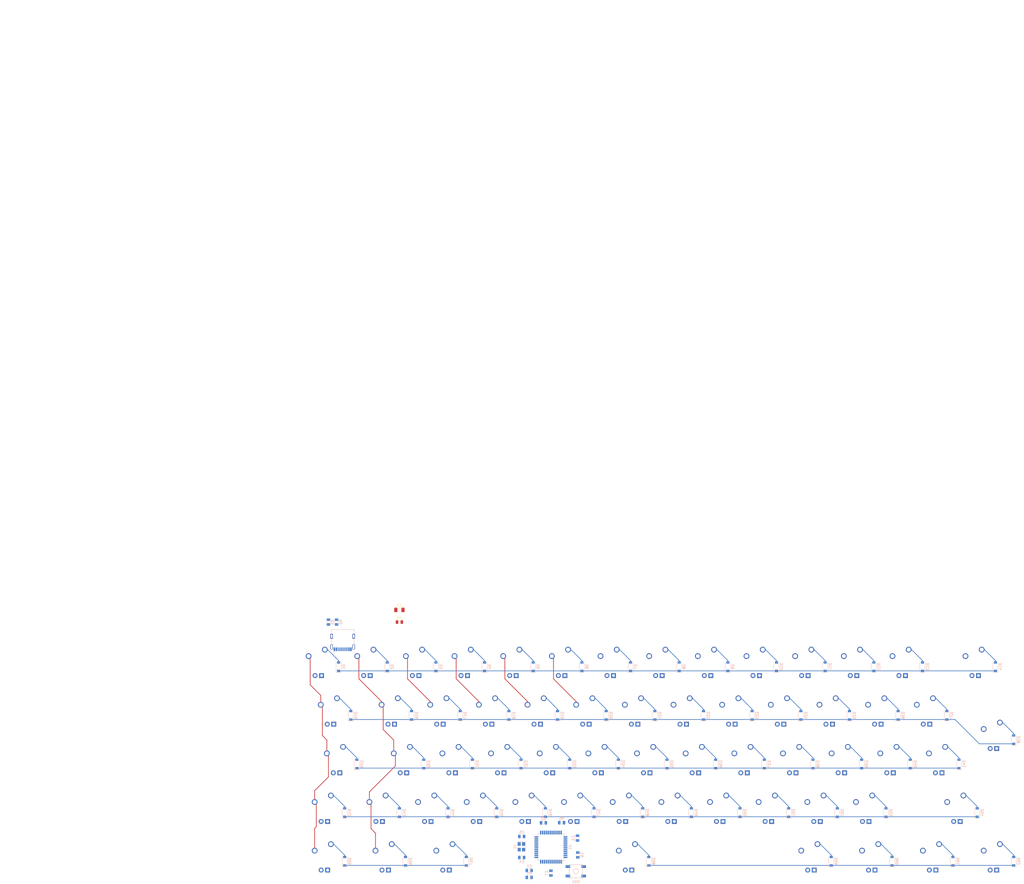
<source format=kicad_pcb>
(kicad_pcb (version 20171130) (host pcbnew "(5.1.4)-1")
  (layers (0 F.Cu signal) (31 B.Cu signal) (34 B.Paste user) (35 F.Paste user) (36 B.SilkS user) (37 F.SilkS user) (38 B.Mask user) (39 F.Mask user) (44 Edge.Cuts user))
  (net 0 "")
  (net 1 GND)
  (net 2 +5V)
  (net 3 "Net-(D1-Pad2)")
  (net 4 ROW0)
  (net 5 "Net-(D2-Pad2)")
  (net 6 ROW1)
  (net 7 "Net-(D3-Pad2)")
  (net 8 "Net-(D4-Pad2)")
  (net 9 VCC)
  (net 10 "Net-(J1-PadS1)")
  (net 11 "Net-(J1-PadB5)")
  (net 12 "Net-(J1-PadA8)")
  (net 13 D+)
  (net 14 D-)
  (net 15 "Net-(J1-PadB8)")
  (net 16 "Net-(J1-PadA5)")
  (net 17 COL0)
  (net 18 COL1)
  (net 19 "Net-(R2-Pad1)")
  (net 20 "Net-(U1-Pad42)")
  (net 21 "Net-(U1-Pad41)")
  (net 22 "Net-(U1-Pad40)")
  (net 23 "Net-(U1-Pad39)")
  (net 24 "Net-(U1-Pad38)")
  (net 25 "Net-(U1-Pad37)")
  (net 26 "Net-(U1-Pad36)")
  (net 27 "Net-(U1-Pad32)")
  (net 28 "Net-(U1-Pad31)")
  (net 29 "Net-(U1-Pad30)")
  (net 30 "Net-(U1-Pad29)")
  (net 31 "Net-(U1-Pad28)")
  (net 32 "Net-(U1-Pad27)")
  (net 33 "Net-(U1-Pad26)")
  (net 34 "Net-(U1-Pad25)")
  (net 35 "Net-(U1-Pad22)")
  (net 36 "Net-(U1-Pad21)")
  (net 37 "Net-(U1-Pad20)")
  (net 38 "Net-(U1-Pad19)")
  (net 39 "Net-(U1-Pad18)")
  (net 40 "Net-(U1-Pad12)")
  (net 41 "Net-(U1-Pad11)")
  (net 42 "Net-(U1-Pad10)")
  (net 43 "Net-(U1-Pad9)")
  (net 44 "Net-(U1-Pad8)")
  (net 45 "Net-(U1-Pad1)")
  (net 46 "Net-(C1-Pad1)")
  (net 47 "Net-(C2-Pad1)")
  (net 48 "Net-(C3-Pad1)")
  (net 49 "Net-(D5-Pad2)")
  (net 50 "Net-(D6-Pad2)")
  (net 51 "Net-(D7-Pad2)")
  (net 52 "Net-(D8-Pad2)")
  (net 53 "Net-(D9-Pad2)")
  (net 54 "Net-(D10-Pad2)")
  (net 55 "Net-(D11-Pad2)")
  (net 56 "Net-(D12-Pad2)")
  (net 57 "Net-(D13-Pad2)")
  (net 58 "Net-(D14-Pad2)")
  (net 59 "Net-(D15-Pad2)")
  (net 60 "Net-(D16-Pad2)")
  (net 61 "Net-(D17-Pad2)")
  (net 62 "Net-(D18-Pad2)")
  (net 63 "Net-(D19-Pad2)")
  (net 64 "Net-(D20-Pad2)")
  (net 65 "Net-(D21-Pad2)")
  (net 66 "Net-(D22-Pad2)")
  (net 67 "Net-(D23-Pad2)")
  (net 68 "Net-(D24-Pad2)")
  (net 69 "Net-(D25-Pad2)")
  (net 70 "Net-(D26-Pad2)")
  (net 71 "Net-(D27-Pad2)")
  (net 72 "Net-(D28-Pad2)")
  (net 73 "Net-(D29-Pad2)")
  (net 74 ROW2)
  (net 75 "Net-(D30-Pad2)")
  (net 76 "Net-(D31-Pad2)")
  (net 77 "Net-(D32-Pad2)")
  (net 78 "Net-(D33-Pad2)")
  (net 79 "Net-(D34-Pad2)")
  (net 80 "Net-(D35-Pad2)")
  (net 81 "Net-(D36-Pad2)")
  (net 82 "Net-(D37-Pad2)")
  (net 83 "Net-(D38-Pad2)")
  (net 84 "Net-(D39-Pad2)")
  (net 85 "Net-(D40-Pad2)")
  (net 86 "Net-(D41-Pad2)")
  (net 87 "Net-(D42-Pad2)")
  (net 88 ROW3)
  (net 89 "Net-(D43-Pad2)")
  (net 90 "Net-(D44-Pad2)")
  (net 91 "Net-(D45-Pad2)")
  (net 92 "Net-(D46-Pad2)")
  (net 93 "Net-(D47-Pad2)")
  (net 94 "Net-(D48-Pad2)")
  (net 95 "Net-(D49-Pad2)")
  (net 96 "Net-(D50-Pad2)")
  (net 97 "Net-(D51-Pad2)")
  (net 98 "Net-(D52-Pad2)")
  (net 99 "Net-(D53-Pad2)")
  (net 100 "Net-(D54-Pad2)")
  (net 101 "Net-(D55-Pad2)")
  (net 102 ROW4)
  (net 103 "Net-(D56-Pad2)")
  (net 104 "Net-(D57-Pad2)")
  (net 105 "Net-(D58-Pad2)")
  (net 106 "Net-(D59-Pad2)")
  (net 107 "Net-(D60-Pad2)")
  (net 108 "Net-(D61-Pad2)")
  (net 109 "Net-(D62-Pad2)")
  (net 110 COL2)
  (net 111 COL3)
  (net 112 COL4)
  (net 113 COL5)
  (net 114 COL6)
  (net 115 COL7)
  (net 116 COL8)
  (net 117 COL9)
  (net 118 COL10)
  (net 119 COL11)
  (net 120 COL12)
  (net 121 COL13)
  (net 122 "Net-(R1-Pad2)")
  (net 123 "Net-(R3-Pad1)")
  (net 124 "Net-(R5-Pad2)")
  (module MX_Only:MXOnly-1.25U (layer F.Cu) (at 388.9375 240.50625)
    (fp_text reference MX62)
    (fp_text value MX-NoLED)
    (pad "" np_thru_hole circle (at 5.08 0 48.0996) (size 1.75 1.75) (drill 1.75) (layers *.Cu *.Mask))
    (pad "" np_thru_hole circle (at -5.08 0 48.0996) (size 1.75 1.75) (drill 1.75) (layers *.Cu *.Mask))
    (pad 4 thru_hole rect (at 1.27 5.08) (size 1.905 1.905) (drill 1.04) (layers *.Cu B.Mask))
    (pad 3 thru_hole circle (at -1.27 5.08) (size 1.905 1.905) (drill 1.04) (layers *.Cu B.Mask))
    (pad 1 thru_hole circle (at -3.81 -2.54) (size 2.25 2.25) (drill 1.47) (layers *.Cu B.Mask) (net 121 COL13))
    (pad "" np_thru_hole circle (at 0 0) (size 3.9878 3.9878) (drill 3.9878) (layers *.Cu *.Mask))
    (pad 2 thru_hole circle (at 2.54 -5.08) (size 2.25 2.25) (drill 1.47) (layers *.Cu B.Mask) (net 109 "Net-(D62-Pad2)"))
  )
  (module MX_Only:MXOnly-1.25U (layer F.Cu) (at 365.125 240.50625)
    (fp_text reference MX61)
    (fp_text value MX-NoLED)
    (pad "" np_thru_hole circle (at 5.08 0 48.0996) (size 1.75 1.75) (drill 1.75) (layers *.Cu *.Mask))
    (pad "" np_thru_hole circle (at -5.08 0 48.0996) (size 1.75 1.75) (drill 1.75) (layers *.Cu *.Mask))
    (pad 4 thru_hole rect (at 1.27 5.08) (size 1.905 1.905) (drill 1.04) (layers *.Cu B.Mask))
    (pad 3 thru_hole circle (at -1.27 5.08) (size 1.905 1.905) (drill 1.04) (layers *.Cu B.Mask))
    (pad 1 thru_hole circle (at -3.81 -2.54) (size 2.25 2.25) (drill 1.47) (layers *.Cu B.Mask) (net 120 COL12))
    (pad "" np_thru_hole circle (at 0 0) (size 3.9878 3.9878) (drill 3.9878) (layers *.Cu *.Mask))
    (pad 2 thru_hole circle (at 2.54 -5.08) (size 2.25 2.25) (drill 1.47) (layers *.Cu B.Mask) (net 108 "Net-(D61-Pad2)"))
  )
  (module MX_Only:MXOnly-1.25U (layer F.Cu) (at 341.3125 240.50625)
    (fp_text reference MX60)
    (fp_text value MX-NoLED)
    (pad "" np_thru_hole circle (at 5.08 0 48.0996) (size 1.75 1.75) (drill 1.75) (layers *.Cu *.Mask))
    (pad "" np_thru_hole circle (at -5.08 0 48.0996) (size 1.75 1.75) (drill 1.75) (layers *.Cu *.Mask))
    (pad 4 thru_hole rect (at 1.27 5.08) (size 1.905 1.905) (drill 1.04) (layers *.Cu B.Mask))
    (pad 3 thru_hole circle (at -1.27 5.08) (size 1.905 1.905) (drill 1.04) (layers *.Cu B.Mask))
    (pad 1 thru_hole circle (at -3.81 -2.54) (size 2.25 2.25) (drill 1.47) (layers *.Cu B.Mask) (net 119 COL11))
    (pad "" np_thru_hole circle (at 0 0) (size 3.9878 3.9878) (drill 3.9878) (layers *.Cu *.Mask))
    (pad 2 thru_hole circle (at 2.54 -5.08) (size 2.25 2.25) (drill 1.47) (layers *.Cu B.Mask) (net 107 "Net-(D60-Pad2)"))
  )
  (module MX_Only:MXOnly-1.25U (layer F.Cu) (at 317.5 240.50625)
    (fp_text reference MX59)
    (fp_text value MX-NoLED)
    (pad "" np_thru_hole circle (at 5.08 0 48.0996) (size 1.75 1.75) (drill 1.75) (layers *.Cu *.Mask))
    (pad "" np_thru_hole circle (at -5.08 0 48.0996) (size 1.75 1.75) (drill 1.75) (layers *.Cu *.Mask))
    (pad 4 thru_hole rect (at 1.27 5.08) (size 1.905 1.905) (drill 1.04) (layers *.Cu B.Mask))
    (pad 3 thru_hole circle (at -1.27 5.08) (size 1.905 1.905) (drill 1.04) (layers *.Cu B.Mask))
    (pad 1 thru_hole circle (at -3.81 -2.54) (size 2.25 2.25) (drill 1.47) (layers *.Cu B.Mask) (net 118 COL10))
    (pad "" np_thru_hole circle (at 0 0) (size 3.9878 3.9878) (drill 3.9878) (layers *.Cu *.Mask))
    (pad 2 thru_hole circle (at 2.54 -5.08) (size 2.25 2.25) (drill 1.47) (layers *.Cu B.Mask) (net 106 "Net-(D59-Pad2)"))
  )
  (module MX_Only:MXOnly-6.25U (layer F.Cu) (at 246.0625 240.50625)
    (fp_text reference MX58)
    (fp_text value MX-NoLED)
    (pad "" np_thru_hole circle (at 49.9999 8.255) (size 3.9878 3.9878) (drill 3.9878) (layers *.Cu *.Mask))
    (pad "" np_thru_hole circle (at -49.9999 8.255) (size 3.9878 3.9878) (drill 3.9878) (layers *.Cu *.Mask))
    (pad "" np_thru_hole circle (at 49.9999 -6.985) (size 3.048 3.048) (drill 3.048) (layers *.Cu *.Mask))
    (pad "" np_thru_hole circle (at -49.9999 -6.985) (size 3.048 3.048) (drill 3.048) (layers *.Cu *.Mask))
    (pad "" np_thru_hole circle (at 5.08 0 48.0996) (size 1.75 1.75) (drill 1.75) (layers *.Cu *.Mask))
    (pad "" np_thru_hole circle (at -5.08 0 48.0996) (size 1.75 1.75) (drill 1.75) (layers *.Cu *.Mask))
    (pad 4 thru_hole rect (at 1.27 5.08) (size 1.905 1.905) (drill 1.04) (layers *.Cu B.Mask))
    (pad 3 thru_hole circle (at -1.27 5.08) (size 1.905 1.905) (drill 1.04) (layers *.Cu B.Mask))
    (pad 1 thru_hole circle (at -3.81 -2.54) (size 2.25 2.25) (drill 1.47) (layers *.Cu B.Mask) (net 114 COL6))
    (pad "" np_thru_hole circle (at 0 0) (size 3.9878 3.9878) (drill 3.9878) (layers *.Cu *.Mask))
    (pad 2 thru_hole circle (at 2.54 -5.08) (size 2.25 2.25) (drill 1.47) (layers *.Cu B.Mask) (net 105 "Net-(D58-Pad2)"))
  )
  (module MX_Only:MXOnly-1.25U (layer F.Cu) (at 174.625 240.50625)
    (fp_text reference MX57)
    (fp_text value MX-NoLED)
    (pad "" np_thru_hole circle (at 5.08 0 48.0996) (size 1.75 1.75) (drill 1.75) (layers *.Cu *.Mask))
    (pad "" np_thru_hole circle (at -5.08 0 48.0996) (size 1.75 1.75) (drill 1.75) (layers *.Cu *.Mask))
    (pad 4 thru_hole rect (at 1.27 5.08) (size 1.905 1.905) (drill 1.04) (layers *.Cu B.Mask))
    (pad 3 thru_hole circle (at -1.27 5.08) (size 1.905 1.905) (drill 1.04) (layers *.Cu B.Mask))
    (pad 1 thru_hole circle (at -3.81 -2.54) (size 2.25 2.25) (drill 1.47) (layers *.Cu B.Mask) (net 110 COL2))
    (pad "" np_thru_hole circle (at 0 0) (size 3.9878 3.9878) (drill 3.9878) (layers *.Cu *.Mask))
    (pad 2 thru_hole circle (at 2.54 -5.08) (size 2.25 2.25) (drill 1.47) (layers *.Cu B.Mask) (net 104 "Net-(D57-Pad2)"))
  )
  (module MX_Only:MXOnly-1.25U (layer F.Cu) (at 150.8125 240.50625)
    (fp_text reference MX56)
    (fp_text value MX-NoLED)
    (pad "" np_thru_hole circle (at 5.08 0 48.0996) (size 1.75 1.75) (drill 1.75) (layers *.Cu *.Mask))
    (pad "" np_thru_hole circle (at -5.08 0 48.0996) (size 1.75 1.75) (drill 1.75) (layers *.Cu *.Mask))
    (pad 4 thru_hole rect (at 1.27 5.08) (size 1.905 1.905) (drill 1.04) (layers *.Cu B.Mask))
    (pad 3 thru_hole circle (at -1.27 5.08) (size 1.905 1.905) (drill 1.04) (layers *.Cu B.Mask))
    (pad 1 thru_hole circle (at -3.81 -2.54) (size 2.25 2.25) (drill 1.47) (layers *.Cu B.Mask) (net 18 COL1))
    (pad "" np_thru_hole circle (at 0 0) (size 3.9878 3.9878) (drill 3.9878) (layers *.Cu *.Mask))
    (pad 2 thru_hole circle (at 2.54 -5.08) (size 2.25 2.25) (drill 1.47) (layers *.Cu B.Mask) (net 103 "Net-(D56-Pad2)"))
  )
  (module MX_Only:MXOnly-1.25U (layer F.Cu) (at 127 240.50625)
    (fp_text reference MX55)
    (fp_text value MX-NoLED)
    (pad "" np_thru_hole circle (at 5.08 0 48.0996) (size 1.75 1.75) (drill 1.75) (layers *.Cu *.Mask))
    (pad "" np_thru_hole circle (at -5.08 0 48.0996) (size 1.75 1.75) (drill 1.75) (layers *.Cu *.Mask))
    (pad 4 thru_hole rect (at 1.27 5.08) (size 1.905 1.905) (drill 1.04) (layers *.Cu B.Mask))
    (pad 3 thru_hole circle (at -1.27 5.08) (size 1.905 1.905) (drill 1.04) (layers *.Cu B.Mask))
    (pad 1 thru_hole circle (at -3.81 -2.54) (size 2.25 2.25) (drill 1.47) (layers *.Cu B.Mask) (net 17 COL0))
    (pad "" np_thru_hole circle (at 0 0) (size 3.9878 3.9878) (drill 3.9878) (layers *.Cu *.Mask))
    (pad 2 thru_hole circle (at 2.54 -5.08) (size 2.25 2.25) (drill 1.47) (layers *.Cu B.Mask) (net 101 "Net-(D55-Pad2)"))
  )
  (module MX_Only:MXOnly-2.75U (layer F.Cu) (at 374.65 221.45625)
    (fp_text reference MX54)
    (fp_text value MX-NoLED)
    (pad "" np_thru_hole circle (at 11.938 8.255) (size 3.9878 3.9878) (drill 3.9878) (layers *.Cu *.Mask))
    (pad "" np_thru_hole circle (at -11.938 8.255) (size 3.9878 3.9878) (drill 3.9878) (layers *.Cu *.Mask))
    (pad "" np_thru_hole circle (at 11.938 -6.985) (size 3.048 3.048) (drill 3.048) (layers *.Cu *.Mask))
    (pad "" np_thru_hole circle (at -11.938 -6.985) (size 3.048 3.048) (drill 3.048) (layers *.Cu *.Mask))
    (pad "" np_thru_hole circle (at 5.08 0 48.0996) (size 1.75 1.75) (drill 1.75) (layers *.Cu *.Mask))
    (pad "" np_thru_hole circle (at -5.08 0 48.0996) (size 1.75 1.75) (drill 1.75) (layers *.Cu *.Mask))
    (pad 4 thru_hole rect (at 1.27 5.08) (size 1.905 1.905) (drill 1.04) (layers *.Cu B.Mask))
    (pad 3 thru_hole circle (at -1.27 5.08) (size 1.905 1.905) (drill 1.04) (layers *.Cu B.Mask))
    (pad 1 thru_hole circle (at -3.81 -2.54) (size 2.25 2.25) (drill 1.47) (layers *.Cu B.Mask) (net 120 COL12))
    (pad "" np_thru_hole circle (at 0 0) (size 3.9878 3.9878) (drill 3.9878) (layers *.Cu *.Mask))
    (pad 2 thru_hole circle (at 2.54 -5.08) (size 2.25 2.25) (drill 1.47) (layers *.Cu B.Mask) (net 100 "Net-(D54-Pad2)"))
  )
  (module MX_Only:MXOnly-1U (layer F.Cu) (at 338.93125 221.45625)
    (fp_text reference MX53)
    (fp_text value MX-NoLED)
    (pad "" np_thru_hole circle (at 5.08 0 48.0996) (size 1.75 1.75) (drill 1.75) (layers *.Cu *.Mask))
    (pad "" np_thru_hole circle (at -5.08 0 48.0996) (size 1.75 1.75) (drill 1.75) (layers *.Cu *.Mask))
    (pad 4 thru_hole rect (at 1.27 5.08) (size 1.905 1.905) (drill 1.04) (layers *.Cu B.Mask))
    (pad 3 thru_hole circle (at -1.27 5.08) (size 1.905 1.905) (drill 1.04) (layers *.Cu B.Mask))
    (pad 1 thru_hole circle (at -3.81 -2.54) (size 2.25 2.25) (drill 1.47) (layers *.Cu B.Mask) (net 119 COL11))
    (pad "" np_thru_hole circle (at 0 0) (size 3.9878 3.9878) (drill 3.9878) (layers *.Cu *.Mask))
    (pad 2 thru_hole circle (at 2.54 -5.08) (size 2.25 2.25) (drill 1.47) (layers *.Cu B.Mask) (net 99 "Net-(D53-Pad2)"))
  )
  (module MX_Only:MXOnly-1U (layer F.Cu) (at 319.88125 221.45625)
    (fp_text reference MX52)
    (fp_text value MX-NoLED)
    (pad "" np_thru_hole circle (at 5.08 0 48.0996) (size 1.75 1.75) (drill 1.75) (layers *.Cu *.Mask))
    (pad "" np_thru_hole circle (at -5.08 0 48.0996) (size 1.75 1.75) (drill 1.75) (layers *.Cu *.Mask))
    (pad 4 thru_hole rect (at 1.27 5.08) (size 1.905 1.905) (drill 1.04) (layers *.Cu B.Mask))
    (pad 3 thru_hole circle (at -1.27 5.08) (size 1.905 1.905) (drill 1.04) (layers *.Cu B.Mask))
    (pad 1 thru_hole circle (at -3.81 -2.54) (size 2.25 2.25) (drill 1.47) (layers *.Cu B.Mask) (net 118 COL10))
    (pad "" np_thru_hole circle (at 0 0) (size 3.9878 3.9878) (drill 3.9878) (layers *.Cu *.Mask))
    (pad 2 thru_hole circle (at 2.54 -5.08) (size 2.25 2.25) (drill 1.47) (layers *.Cu B.Mask) (net 98 "Net-(D52-Pad2)"))
  )
  (module MX_Only:MXOnly-1U (layer F.Cu) (at 300.83125 221.45625)
    (fp_text reference MX51)
    (fp_text value MX-NoLED)
    (pad "" np_thru_hole circle (at 5.08 0 48.0996) (size 1.75 1.75) (drill 1.75) (layers *.Cu *.Mask))
    (pad "" np_thru_hole circle (at -5.08 0 48.0996) (size 1.75 1.75) (drill 1.75) (layers *.Cu *.Mask))
    (pad 4 thru_hole rect (at 1.27 5.08) (size 1.905 1.905) (drill 1.04) (layers *.Cu B.Mask))
    (pad 3 thru_hole circle (at -1.27 5.08) (size 1.905 1.905) (drill 1.04) (layers *.Cu B.Mask))
    (pad 1 thru_hole circle (at -3.81 -2.54) (size 2.25 2.25) (drill 1.47) (layers *.Cu B.Mask) (net 117 COL9))
    (pad "" np_thru_hole circle (at 0 0) (size 3.9878 3.9878) (drill 3.9878) (layers *.Cu *.Mask))
    (pad 2 thru_hole circle (at 2.54 -5.08) (size 2.25 2.25) (drill 1.47) (layers *.Cu B.Mask) (net 97 "Net-(D51-Pad2)"))
  )
  (module MX_Only:MXOnly-1U (layer F.Cu) (at 281.78125 221.45625)
    (fp_text reference MX50)
    (fp_text value MX-NoLED)
    (pad "" np_thru_hole circle (at 5.08 0 48.0996) (size 1.75 1.75) (drill 1.75) (layers *.Cu *.Mask))
    (pad "" np_thru_hole circle (at -5.08 0 48.0996) (size 1.75 1.75) (drill 1.75) (layers *.Cu *.Mask))
    (pad 4 thru_hole rect (at 1.27 5.08) (size 1.905 1.905) (drill 1.04) (layers *.Cu B.Mask))
    (pad 3 thru_hole circle (at -1.27 5.08) (size 1.905 1.905) (drill 1.04) (layers *.Cu B.Mask))
    (pad 1 thru_hole circle (at -3.81 -2.54) (size 2.25 2.25) (drill 1.47) (layers *.Cu B.Mask) (net 116 COL8))
    (pad "" np_thru_hole circle (at 0 0) (size 3.9878 3.9878) (drill 3.9878) (layers *.Cu *.Mask))
    (pad 2 thru_hole circle (at 2.54 -5.08) (size 2.25 2.25) (drill 1.47) (layers *.Cu B.Mask) (net 96 "Net-(D50-Pad2)"))
  )
  (module MX_Only:MXOnly-1U (layer F.Cu) (at 262.73125 221.45625)
    (fp_text reference MX49)
    (fp_text value MX-NoLED)
    (pad "" np_thru_hole circle (at 5.08 0 48.0996) (size 1.75 1.75) (drill 1.75) (layers *.Cu *.Mask))
    (pad "" np_thru_hole circle (at -5.08 0 48.0996) (size 1.75 1.75) (drill 1.75) (layers *.Cu *.Mask))
    (pad 4 thru_hole rect (at 1.27 5.08) (size 1.905 1.905) (drill 1.04) (layers *.Cu B.Mask))
    (pad 3 thru_hole circle (at -1.27 5.08) (size 1.905 1.905) (drill 1.04) (layers *.Cu B.Mask))
    (pad 1 thru_hole circle (at -3.81 -2.54) (size 2.25 2.25) (drill 1.47) (layers *.Cu B.Mask) (net 115 COL7))
    (pad "" np_thru_hole circle (at 0 0) (size 3.9878 3.9878) (drill 3.9878) (layers *.Cu *.Mask))
    (pad 2 thru_hole circle (at 2.54 -5.08) (size 2.25 2.25) (drill 1.47) (layers *.Cu B.Mask) (net 95 "Net-(D49-Pad2)"))
  )
  (module MX_Only:MXOnly-1U (layer F.Cu) (at 243.68125 221.45625)
    (fp_text reference MX48)
    (fp_text value MX-NoLED)
    (pad "" np_thru_hole circle (at 5.08 0 48.0996) (size 1.75 1.75) (drill 1.75) (layers *.Cu *.Mask))
    (pad "" np_thru_hole circle (at -5.08 0 48.0996) (size 1.75 1.75) (drill 1.75) (layers *.Cu *.Mask))
    (pad 4 thru_hole rect (at 1.27 5.08) (size 1.905 1.905) (drill 1.04) (layers *.Cu B.Mask))
    (pad 3 thru_hole circle (at -1.27 5.08) (size 1.905 1.905) (drill 1.04) (layers *.Cu B.Mask))
    (pad 1 thru_hole circle (at -3.81 -2.54) (size 2.25 2.25) (drill 1.47) (layers *.Cu B.Mask) (net 114 COL6))
    (pad "" np_thru_hole circle (at 0 0) (size 3.9878 3.9878) (drill 3.9878) (layers *.Cu *.Mask))
    (pad 2 thru_hole circle (at 2.54 -5.08) (size 2.25 2.25) (drill 1.47) (layers *.Cu B.Mask) (net 94 "Net-(D48-Pad2)"))
  )
  (module MX_Only:MXOnly-1U (layer F.Cu) (at 224.63125 221.45625)
    (fp_text reference MX47)
    (fp_text value MX-NoLED)
    (pad "" np_thru_hole circle (at 5.08 0 48.0996) (size 1.75 1.75) (drill 1.75) (layers *.Cu *.Mask))
    (pad "" np_thru_hole circle (at -5.08 0 48.0996) (size 1.75 1.75) (drill 1.75) (layers *.Cu *.Mask))
    (pad 4 thru_hole rect (at 1.27 5.08) (size 1.905 1.905) (drill 1.04) (layers *.Cu B.Mask))
    (pad 3 thru_hole circle (at -1.27 5.08) (size 1.905 1.905) (drill 1.04) (layers *.Cu B.Mask))
    (pad 1 thru_hole circle (at -3.81 -2.54) (size 2.25 2.25) (drill 1.47) (layers *.Cu B.Mask) (net 113 COL5))
    (pad "" np_thru_hole circle (at 0 0) (size 3.9878 3.9878) (drill 3.9878) (layers *.Cu *.Mask))
    (pad 2 thru_hole circle (at 2.54 -5.08) (size 2.25 2.25) (drill 1.47) (layers *.Cu B.Mask) (net 93 "Net-(D47-Pad2)"))
  )
  (module MX_Only:MXOnly-1U (layer F.Cu) (at 205.58125 221.45625)
    (fp_text reference MX46)
    (fp_text value MX-NoLED)
    (pad "" np_thru_hole circle (at 5.08 0 48.0996) (size 1.75 1.75) (drill 1.75) (layers *.Cu *.Mask))
    (pad "" np_thru_hole circle (at -5.08 0 48.0996) (size 1.75 1.75) (drill 1.75) (layers *.Cu *.Mask))
    (pad 4 thru_hole rect (at 1.27 5.08) (size 1.905 1.905) (drill 1.04) (layers *.Cu B.Mask))
    (pad 3 thru_hole circle (at -1.27 5.08) (size 1.905 1.905) (drill 1.04) (layers *.Cu B.Mask))
    (pad 1 thru_hole circle (at -3.81 -2.54) (size 2.25 2.25) (drill 1.47) (layers *.Cu B.Mask) (net 112 COL4))
    (pad "" np_thru_hole circle (at 0 0) (size 3.9878 3.9878) (drill 3.9878) (layers *.Cu *.Mask))
    (pad 2 thru_hole circle (at 2.54 -5.08) (size 2.25 2.25) (drill 1.47) (layers *.Cu B.Mask) (net 92 "Net-(D46-Pad2)"))
  )
  (module MX_Only:MXOnly-1U (layer F.Cu) (at 186.53125 221.45625)
    (fp_text reference MX45)
    (fp_text value MX-NoLED)
    (pad "" np_thru_hole circle (at 5.08 0 48.0996) (size 1.75 1.75) (drill 1.75) (layers *.Cu *.Mask))
    (pad "" np_thru_hole circle (at -5.08 0 48.0996) (size 1.75 1.75) (drill 1.75) (layers *.Cu *.Mask))
    (pad 4 thru_hole rect (at 1.27 5.08) (size 1.905 1.905) (drill 1.04) (layers *.Cu B.Mask))
    (pad 3 thru_hole circle (at -1.27 5.08) (size 1.905 1.905) (drill 1.04) (layers *.Cu B.Mask))
    (pad 1 thru_hole circle (at -3.81 -2.54) (size 2.25 2.25) (drill 1.47) (layers *.Cu B.Mask) (net 111 COL3))
    (pad "" np_thru_hole circle (at 0 0) (size 3.9878 3.9878) (drill 3.9878) (layers *.Cu *.Mask))
    (pad 2 thru_hole circle (at 2.54 -5.08) (size 2.25 2.25) (drill 1.47) (layers *.Cu B.Mask) (net 91 "Net-(D45-Pad2)"))
  )
  (module MX_Only:MXOnly-1U (layer F.Cu) (at 167.48125 221.45625)
    (fp_text reference MX44)
    (fp_text value MX-NoLED)
    (pad "" np_thru_hole circle (at 5.08 0 48.0996) (size 1.75 1.75) (drill 1.75) (layers *.Cu *.Mask))
    (pad "" np_thru_hole circle (at -5.08 0 48.0996) (size 1.75 1.75) (drill 1.75) (layers *.Cu *.Mask))
    (pad 4 thru_hole rect (at 1.27 5.08) (size 1.905 1.905) (drill 1.04) (layers *.Cu B.Mask))
    (pad 3 thru_hole circle (at -1.27 5.08) (size 1.905 1.905) (drill 1.04) (layers *.Cu B.Mask))
    (pad 1 thru_hole circle (at -3.81 -2.54) (size 2.25 2.25) (drill 1.47) (layers *.Cu B.Mask) (net 110 COL2))
    (pad "" np_thru_hole circle (at 0 0) (size 3.9878 3.9878) (drill 3.9878) (layers *.Cu *.Mask))
    (pad 2 thru_hole circle (at 2.54 -5.08) (size 2.25 2.25) (drill 1.47) (layers *.Cu B.Mask) (net 90 "Net-(D44-Pad2)"))
  )
  (module MX_Only:MXOnly-1U (layer F.Cu) (at 148.43125 221.45625)
    (fp_text reference MX43)
    (fp_text value MX-NoLED)
    (pad "" np_thru_hole circle (at 5.08 0 48.0996) (size 1.75 1.75) (drill 1.75) (layers *.Cu *.Mask))
    (pad "" np_thru_hole circle (at -5.08 0 48.0996) (size 1.75 1.75) (drill 1.75) (layers *.Cu *.Mask))
    (pad 4 thru_hole rect (at 1.27 5.08) (size 1.905 1.905) (drill 1.04) (layers *.Cu B.Mask))
    (pad 3 thru_hole circle (at -1.27 5.08) (size 1.905 1.905) (drill 1.04) (layers *.Cu B.Mask))
    (pad 1 thru_hole circle (at -3.81 -2.54) (size 2.25 2.25) (drill 1.47) (layers *.Cu B.Mask) (net 18 COL1))
    (pad "" np_thru_hole circle (at 0 0) (size 3.9878 3.9878) (drill 3.9878) (layers *.Cu *.Mask))
    (pad 2 thru_hole circle (at 2.54 -5.08) (size 2.25 2.25) (drill 1.47) (layers *.Cu B.Mask) (net 89 "Net-(D43-Pad2)"))
  )
  (module MX_Only:MXOnly-1.25U (layer F.Cu) (at 127 221.45625)
    (fp_text reference MX42)
    (fp_text value MX-NoLED)
    (pad "" np_thru_hole circle (at 5.08 0 48.0996) (size 1.75 1.75) (drill 1.75) (layers *.Cu *.Mask))
    (pad "" np_thru_hole circle (at -5.08 0 48.0996) (size 1.75 1.75) (drill 1.75) (layers *.Cu *.Mask))
    (pad 4 thru_hole rect (at 1.27 5.08) (size 1.905 1.905) (drill 1.04) (layers *.Cu B.Mask))
    (pad 3 thru_hole circle (at -1.27 5.08) (size 1.905 1.905) (drill 1.04) (layers *.Cu B.Mask))
    (pad 1 thru_hole circle (at -3.81 -2.54) (size 2.25 2.25) (drill 1.47) (layers *.Cu B.Mask) (net 17 COL0))
    (pad "" np_thru_hole circle (at 0 0) (size 3.9878 3.9878) (drill 3.9878) (layers *.Cu *.Mask))
    (pad 2 thru_hole circle (at 2.54 -5.08) (size 2.25 2.25) (drill 1.47) (layers *.Cu B.Mask) (net 87 "Net-(D42-Pad2)"))
  )
  (module MX_Only:MXOnly-1U (layer F.Cu) (at 367.50625 202.40625)
    (fp_text reference MX41)
    (fp_text value MX-NoLED)
    (pad "" np_thru_hole circle (at 5.08 0 48.0996) (size 1.75 1.75) (drill 1.75) (layers *.Cu *.Mask))
    (pad "" np_thru_hole circle (at -5.08 0 48.0996) (size 1.75 1.75) (drill 1.75) (layers *.Cu *.Mask))
    (pad 4 thru_hole rect (at 1.27 5.08) (size 1.905 1.905) (drill 1.04) (layers *.Cu B.Mask))
    (pad 3 thru_hole circle (at -1.27 5.08) (size 1.905 1.905) (drill 1.04) (layers *.Cu B.Mask))
    (pad 1 thru_hole circle (at -3.81 -2.54) (size 2.25 2.25) (drill 1.47) (layers *.Cu B.Mask) (net 120 COL12))
    (pad "" np_thru_hole circle (at 0 0) (size 3.9878 3.9878) (drill 3.9878) (layers *.Cu *.Mask))
    (pad 2 thru_hole circle (at 2.54 -5.08) (size 2.25 2.25) (drill 1.47) (layers *.Cu B.Mask) (net 86 "Net-(D41-Pad2)"))
  )
  (module MX_Only:MXOnly-1U (layer F.Cu) (at 348.45625 202.40625)
    (fp_text reference MX40)
    (fp_text value MX-NoLED)
    (pad "" np_thru_hole circle (at 5.08 0 48.0996) (size 1.75 1.75) (drill 1.75) (layers *.Cu *.Mask))
    (pad "" np_thru_hole circle (at -5.08 0 48.0996) (size 1.75 1.75) (drill 1.75) (layers *.Cu *.Mask))
    (pad 4 thru_hole rect (at 1.27 5.08) (size 1.905 1.905) (drill 1.04) (layers *.Cu B.Mask))
    (pad 3 thru_hole circle (at -1.27 5.08) (size 1.905 1.905) (drill 1.04) (layers *.Cu B.Mask))
    (pad 1 thru_hole circle (at -3.81 -2.54) (size 2.25 2.25) (drill 1.47) (layers *.Cu B.Mask) (net 119 COL11))
    (pad "" np_thru_hole circle (at 0 0) (size 3.9878 3.9878) (drill 3.9878) (layers *.Cu *.Mask))
    (pad 2 thru_hole circle (at 2.54 -5.08) (size 2.25 2.25) (drill 1.47) (layers *.Cu B.Mask) (net 85 "Net-(D40-Pad2)"))
  )
  (module MX_Only:MXOnly-1U (layer F.Cu) (at 329.40625 202.40625)
    (fp_text reference MX39)
    (fp_text value MX-NoLED)
    (pad "" np_thru_hole circle (at 5.08 0 48.0996) (size 1.75 1.75) (drill 1.75) (layers *.Cu *.Mask))
    (pad "" np_thru_hole circle (at -5.08 0 48.0996) (size 1.75 1.75) (drill 1.75) (layers *.Cu *.Mask))
    (pad 4 thru_hole rect (at 1.27 5.08) (size 1.905 1.905) (drill 1.04) (layers *.Cu B.Mask))
    (pad 3 thru_hole circle (at -1.27 5.08) (size 1.905 1.905) (drill 1.04) (layers *.Cu B.Mask))
    (pad 1 thru_hole circle (at -3.81 -2.54) (size 2.25 2.25) (drill 1.47) (layers *.Cu B.Mask) (net 118 COL10))
    (pad "" np_thru_hole circle (at 0 0) (size 3.9878 3.9878) (drill 3.9878) (layers *.Cu *.Mask))
    (pad 2 thru_hole circle (at 2.54 -5.08) (size 2.25 2.25) (drill 1.47) (layers *.Cu B.Mask) (net 84 "Net-(D39-Pad2)"))
  )
  (module MX_Only:MXOnly-1U (layer F.Cu) (at 310.35625 202.40625)
    (fp_text reference MX38)
    (fp_text value MX-NoLED)
    (pad "" np_thru_hole circle (at 5.08 0 48.0996) (size 1.75 1.75) (drill 1.75) (layers *.Cu *.Mask))
    (pad "" np_thru_hole circle (at -5.08 0 48.0996) (size 1.75 1.75) (drill 1.75) (layers *.Cu *.Mask))
    (pad 4 thru_hole rect (at 1.27 5.08) (size 1.905 1.905) (drill 1.04) (layers *.Cu B.Mask))
    (pad 3 thru_hole circle (at -1.27 5.08) (size 1.905 1.905) (drill 1.04) (layers *.Cu B.Mask))
    (pad 1 thru_hole circle (at -3.81 -2.54) (size 2.25 2.25) (drill 1.47) (layers *.Cu B.Mask) (net 117 COL9))
    (pad "" np_thru_hole circle (at 0 0) (size 3.9878 3.9878) (drill 3.9878) (layers *.Cu *.Mask))
    (pad 2 thru_hole circle (at 2.54 -5.08) (size 2.25 2.25) (drill 1.47) (layers *.Cu B.Mask) (net 83 "Net-(D38-Pad2)"))
  )
  (module MX_Only:MXOnly-1U (layer F.Cu) (at 291.30625 202.40625)
    (fp_text reference MX37)
    (fp_text value MX-NoLED)
    (pad "" np_thru_hole circle (at 5.08 0 48.0996) (size 1.75 1.75) (drill 1.75) (layers *.Cu *.Mask))
    (pad "" np_thru_hole circle (at -5.08 0 48.0996) (size 1.75 1.75) (drill 1.75) (layers *.Cu *.Mask))
    (pad 4 thru_hole rect (at 1.27 5.08) (size 1.905 1.905) (drill 1.04) (layers *.Cu B.Mask))
    (pad 3 thru_hole circle (at -1.27 5.08) (size 1.905 1.905) (drill 1.04) (layers *.Cu B.Mask))
    (pad 1 thru_hole circle (at -3.81 -2.54) (size 2.25 2.25) (drill 1.47) (layers *.Cu B.Mask) (net 116 COL8))
    (pad "" np_thru_hole circle (at 0 0) (size 3.9878 3.9878) (drill 3.9878) (layers *.Cu *.Mask))
    (pad 2 thru_hole circle (at 2.54 -5.08) (size 2.25 2.25) (drill 1.47) (layers *.Cu B.Mask) (net 82 "Net-(D37-Pad2)"))
  )
  (module MX_Only:MXOnly-1U (layer F.Cu) (at 272.25625 202.40625)
    (fp_text reference MX36)
    (fp_text value MX-NoLED)
    (pad "" np_thru_hole circle (at 5.08 0 48.0996) (size 1.75 1.75) (drill 1.75) (layers *.Cu *.Mask))
    (pad "" np_thru_hole circle (at -5.08 0 48.0996) (size 1.75 1.75) (drill 1.75) (layers *.Cu *.Mask))
    (pad 4 thru_hole rect (at 1.27 5.08) (size 1.905 1.905) (drill 1.04) (layers *.Cu B.Mask))
    (pad 3 thru_hole circle (at -1.27 5.08) (size 1.905 1.905) (drill 1.04) (layers *.Cu B.Mask))
    (pad 1 thru_hole circle (at -3.81 -2.54) (size 2.25 2.25) (drill 1.47) (layers *.Cu B.Mask) (net 115 COL7))
    (pad "" np_thru_hole circle (at 0 0) (size 3.9878 3.9878) (drill 3.9878) (layers *.Cu *.Mask))
    (pad 2 thru_hole circle (at 2.54 -5.08) (size 2.25 2.25) (drill 1.47) (layers *.Cu B.Mask) (net 81 "Net-(D36-Pad2)"))
  )
  (module MX_Only:MXOnly-1U (layer F.Cu) (at 253.20625 202.40625)
    (fp_text reference MX35)
    (fp_text value MX-NoLED)
    (pad "" np_thru_hole circle (at 5.08 0 48.0996) (size 1.75 1.75) (drill 1.75) (layers *.Cu *.Mask))
    (pad "" np_thru_hole circle (at -5.08 0 48.0996) (size 1.75 1.75) (drill 1.75) (layers *.Cu *.Mask))
    (pad 4 thru_hole rect (at 1.27 5.08) (size 1.905 1.905) (drill 1.04) (layers *.Cu B.Mask))
    (pad 3 thru_hole circle (at -1.27 5.08) (size 1.905 1.905) (drill 1.04) (layers *.Cu B.Mask))
    (pad 1 thru_hole circle (at -3.81 -2.54) (size 2.25 2.25) (drill 1.47) (layers *.Cu B.Mask) (net 114 COL6))
    (pad "" np_thru_hole circle (at 0 0) (size 3.9878 3.9878) (drill 3.9878) (layers *.Cu *.Mask))
    (pad 2 thru_hole circle (at 2.54 -5.08) (size 2.25 2.25) (drill 1.47) (layers *.Cu B.Mask) (net 80 "Net-(D35-Pad2)"))
  )
  (module MX_Only:MXOnly-1U (layer F.Cu) (at 234.15625 202.40625)
    (fp_text reference MX34)
    (fp_text value MX-NoLED)
    (pad "" np_thru_hole circle (at 5.08 0 48.0996) (size 1.75 1.75) (drill 1.75) (layers *.Cu *.Mask))
    (pad "" np_thru_hole circle (at -5.08 0 48.0996) (size 1.75 1.75) (drill 1.75) (layers *.Cu *.Mask))
    (pad 4 thru_hole rect (at 1.27 5.08) (size 1.905 1.905) (drill 1.04) (layers *.Cu B.Mask))
    (pad 3 thru_hole circle (at -1.27 5.08) (size 1.905 1.905) (drill 1.04) (layers *.Cu B.Mask))
    (pad 1 thru_hole circle (at -3.81 -2.54) (size 2.25 2.25) (drill 1.47) (layers *.Cu B.Mask) (net 113 COL5))
    (pad "" np_thru_hole circle (at 0 0) (size 3.9878 3.9878) (drill 3.9878) (layers *.Cu *.Mask))
    (pad 2 thru_hole circle (at 2.54 -5.08) (size 2.25 2.25) (drill 1.47) (layers *.Cu B.Mask) (net 79 "Net-(D34-Pad2)"))
  )
  (module MX_Only:MXOnly-1U (layer F.Cu) (at 215.10625 202.40625)
    (fp_text reference MX33)
    (fp_text value MX-NoLED)
    (pad "" np_thru_hole circle (at 5.08 0 48.0996) (size 1.75 1.75) (drill 1.75) (layers *.Cu *.Mask))
    (pad "" np_thru_hole circle (at -5.08 0 48.0996) (size 1.75 1.75) (drill 1.75) (layers *.Cu *.Mask))
    (pad 4 thru_hole rect (at 1.27 5.08) (size 1.905 1.905) (drill 1.04) (layers *.Cu B.Mask))
    (pad 3 thru_hole circle (at -1.27 5.08) (size 1.905 1.905) (drill 1.04) (layers *.Cu B.Mask))
    (pad 1 thru_hole circle (at -3.81 -2.54) (size 2.25 2.25) (drill 1.47) (layers *.Cu B.Mask) (net 112 COL4))
    (pad "" np_thru_hole circle (at 0 0) (size 3.9878 3.9878) (drill 3.9878) (layers *.Cu *.Mask))
    (pad 2 thru_hole circle (at 2.54 -5.08) (size 2.25 2.25) (drill 1.47) (layers *.Cu B.Mask) (net 78 "Net-(D33-Pad2)"))
  )
  (module MX_Only:MXOnly-1U (layer F.Cu) (at 196.05625 202.40625)
    (fp_text reference MX32)
    (fp_text value MX-NoLED)
    (pad "" np_thru_hole circle (at 5.08 0 48.0996) (size 1.75 1.75) (drill 1.75) (layers *.Cu *.Mask))
    (pad "" np_thru_hole circle (at -5.08 0 48.0996) (size 1.75 1.75) (drill 1.75) (layers *.Cu *.Mask))
    (pad 4 thru_hole rect (at 1.27 5.08) (size 1.905 1.905) (drill 1.04) (layers *.Cu B.Mask))
    (pad 3 thru_hole circle (at -1.27 5.08) (size 1.905 1.905) (drill 1.04) (layers *.Cu B.Mask))
    (pad 1 thru_hole circle (at -3.81 -2.54) (size 2.25 2.25) (drill 1.47) (layers *.Cu B.Mask) (net 111 COL3))
    (pad "" np_thru_hole circle (at 0 0) (size 3.9878 3.9878) (drill 3.9878) (layers *.Cu *.Mask))
    (pad 2 thru_hole circle (at 2.54 -5.08) (size 2.25 2.25) (drill 1.47) (layers *.Cu B.Mask) (net 77 "Net-(D32-Pad2)"))
  )
  (module MX_Only:MXOnly-1U (layer F.Cu) (at 177.00625 202.40625)
    (fp_text reference MX31)
    (fp_text value MX-NoLED)
    (pad "" np_thru_hole circle (at 5.08 0 48.0996) (size 1.75 1.75) (drill 1.75) (layers *.Cu *.Mask))
    (pad "" np_thru_hole circle (at -5.08 0 48.0996) (size 1.75 1.75) (drill 1.75) (layers *.Cu *.Mask))
    (pad 4 thru_hole rect (at 1.27 5.08) (size 1.905 1.905) (drill 1.04) (layers *.Cu B.Mask))
    (pad 3 thru_hole circle (at -1.27 5.08) (size 1.905 1.905) (drill 1.04) (layers *.Cu B.Mask))
    (pad 1 thru_hole circle (at -3.81 -2.54) (size 2.25 2.25) (drill 1.47) (layers *.Cu B.Mask) (net 110 COL2))
    (pad "" np_thru_hole circle (at 0 0) (size 3.9878 3.9878) (drill 3.9878) (layers *.Cu *.Mask))
    (pad 2 thru_hole circle (at 2.54 -5.08) (size 2.25 2.25) (drill 1.47) (layers *.Cu B.Mask) (net 76 "Net-(D31-Pad2)"))
  )
  (module MX_Only:MXOnly-1U (layer F.Cu) (at 157.95625 202.40625)
    (fp_text reference MX30)
    (fp_text value MX-NoLED)
    (pad "" np_thru_hole circle (at 5.08 0 48.0996) (size 1.75 1.75) (drill 1.75) (layers *.Cu *.Mask))
    (pad "" np_thru_hole circle (at -5.08 0 48.0996) (size 1.75 1.75) (drill 1.75) (layers *.Cu *.Mask))
    (pad 4 thru_hole rect (at 1.27 5.08) (size 1.905 1.905) (drill 1.04) (layers *.Cu B.Mask))
    (pad 3 thru_hole circle (at -1.27 5.08) (size 1.905 1.905) (drill 1.04) (layers *.Cu B.Mask))
    (pad 1 thru_hole circle (at -3.81 -2.54) (size 2.25 2.25) (drill 1.47) (layers *.Cu B.Mask) (net 18 COL1))
    (pad "" np_thru_hole circle (at 0 0) (size 3.9878 3.9878) (drill 3.9878) (layers *.Cu *.Mask))
    (pad 2 thru_hole circle (at 2.54 -5.08) (size 2.25 2.25) (drill 1.47) (layers *.Cu B.Mask) (net 75 "Net-(D30-Pad2)"))
  )
  (module MX_Only:MXOnly-1.75U (layer F.Cu) (at 131.7625 202.40625)
    (fp_text reference MX29)
    (fp_text value MX-NoLED)
    (pad "" np_thru_hole circle (at 5.08 0 48.0996) (size 1.75 1.75) (drill 1.75) (layers *.Cu *.Mask))
    (pad "" np_thru_hole circle (at -5.08 0 48.0996) (size 1.75 1.75) (drill 1.75) (layers *.Cu *.Mask))
    (pad 4 thru_hole rect (at 1.27 5.08) (size 1.905 1.905) (drill 1.04) (layers *.Cu B.Mask))
    (pad 3 thru_hole circle (at -1.27 5.08) (size 1.905 1.905) (drill 1.04) (layers *.Cu B.Mask))
    (pad 1 thru_hole circle (at -3.81 -2.54) (size 2.25 2.25) (drill 1.47) (layers *.Cu B.Mask) (net 17 COL0))
    (pad "" np_thru_hole circle (at 0 0) (size 3.9878 3.9878) (drill 3.9878) (layers *.Cu *.Mask))
    (pad 2 thru_hole circle (at 2.54 -5.08) (size 2.25 2.25) (drill 1.47) (layers *.Cu B.Mask) (net 73 "Net-(D29-Pad2)"))
  )
  (module MX_Only:MXOnly-ISO (layer F.Cu) (at 388.9375 192.88125)
    (fp_text reference MX28)
    (fp_text value MX-NoLED)
    (pad "" np_thru_hole circle (at 8.255 -11.938) (size 3.9878 3.9878) (drill 3.9878) (layers *.Cu *.Mask))
    (pad "" np_thru_hole circle (at 8.255 11.938) (size 3.9878 3.9878) (drill 3.9878) (layers *.Cu *.Mask))
    (pad "" np_thru_hole circle (at -6.985 -11.938) (size 3.048 3.048) (drill 3.048) (layers *.Cu *.Mask))
    (pad "" np_thru_hole circle (at -6.985 11.938) (size 3.048 3.048) (drill 3.048) (layers *.Cu *.Mask))
    (pad "" np_thru_hole circle (at 5.08 0 48.0996) (size 1.75 1.75) (drill 1.75) (layers *.Cu *.Mask))
    (pad "" np_thru_hole circle (at -5.08 0 48.0996) (size 1.75 1.75) (drill 1.75) (layers *.Cu *.Mask))
    (pad 4 thru_hole rect (at 1.27 5.08) (size 1.905 1.905) (drill 1.04) (layers *.Cu B.Mask))
    (pad 3 thru_hole circle (at -1.27 5.08) (size 1.905 1.905) (drill 1.04) (layers *.Cu B.Mask))
    (pad 1 thru_hole circle (at -3.81 -2.54) (size 2.25 2.25) (drill 1.47) (layers *.Cu B.Mask) (net 121 COL13))
    (pad "" np_thru_hole circle (at 0 0) (size 3.9878 3.9878) (drill 3.9878) (layers *.Cu *.Mask))
    (pad 2 thru_hole circle (at 2.54 -5.08) (size 2.25 2.25) (drill 1.47) (layers *.Cu B.Mask) (net 72 "Net-(D28-Pad2)"))
  )
  (module MX_Only:MXOnly-1U (layer F.Cu) (at 362.74375 183.35625)
    (fp_text reference MX27)
    (fp_text value MX-NoLED)
    (pad "" np_thru_hole circle (at 5.08 0 48.0996) (size 1.75 1.75) (drill 1.75) (layers *.Cu *.Mask))
    (pad "" np_thru_hole circle (at -5.08 0 48.0996) (size 1.75 1.75) (drill 1.75) (layers *.Cu *.Mask))
    (pad 4 thru_hole rect (at 1.27 5.08) (size 1.905 1.905) (drill 1.04) (layers *.Cu B.Mask))
    (pad 3 thru_hole circle (at -1.27 5.08) (size 1.905 1.905) (drill 1.04) (layers *.Cu B.Mask))
    (pad 1 thru_hole circle (at -3.81 -2.54) (size 2.25 2.25) (drill 1.47) (layers *.Cu B.Mask) (net 120 COL12))
    (pad "" np_thru_hole circle (at 0 0) (size 3.9878 3.9878) (drill 3.9878) (layers *.Cu *.Mask))
    (pad 2 thru_hole circle (at 2.54 -5.08) (size 2.25 2.25) (drill 1.47) (layers *.Cu B.Mask) (net 71 "Net-(D27-Pad2)"))
  )
  (module MX_Only:MXOnly-1U (layer F.Cu) (at 343.69375 183.35625)
    (fp_text reference MX26)
    (fp_text value MX-NoLED)
    (pad "" np_thru_hole circle (at 5.08 0 48.0996) (size 1.75 1.75) (drill 1.75) (layers *.Cu *.Mask))
    (pad "" np_thru_hole circle (at -5.08 0 48.0996) (size 1.75 1.75) (drill 1.75) (layers *.Cu *.Mask))
    (pad 4 thru_hole rect (at 1.27 5.08) (size 1.905 1.905) (drill 1.04) (layers *.Cu B.Mask))
    (pad 3 thru_hole circle (at -1.27 5.08) (size 1.905 1.905) (drill 1.04) (layers *.Cu B.Mask))
    (pad 1 thru_hole circle (at -3.81 -2.54) (size 2.25 2.25) (drill 1.47) (layers *.Cu B.Mask) (net 119 COL11))
    (pad "" np_thru_hole circle (at 0 0) (size 3.9878 3.9878) (drill 3.9878) (layers *.Cu *.Mask))
    (pad 2 thru_hole circle (at 2.54 -5.08) (size 2.25 2.25) (drill 1.47) (layers *.Cu B.Mask) (net 70 "Net-(D26-Pad2)"))
  )
  (module MX_Only:MXOnly-1U (layer F.Cu) (at 324.64375 183.35625)
    (fp_text reference MX25)
    (fp_text value MX-NoLED)
    (pad "" np_thru_hole circle (at 5.08 0 48.0996) (size 1.75 1.75) (drill 1.75) (layers *.Cu *.Mask))
    (pad "" np_thru_hole circle (at -5.08 0 48.0996) (size 1.75 1.75) (drill 1.75) (layers *.Cu *.Mask))
    (pad 4 thru_hole rect (at 1.27 5.08) (size 1.905 1.905) (drill 1.04) (layers *.Cu B.Mask))
    (pad 3 thru_hole circle (at -1.27 5.08) (size 1.905 1.905) (drill 1.04) (layers *.Cu B.Mask))
    (pad 1 thru_hole circle (at -3.81 -2.54) (size 2.25 2.25) (drill 1.47) (layers *.Cu B.Mask) (net 118 COL10))
    (pad "" np_thru_hole circle (at 0 0) (size 3.9878 3.9878) (drill 3.9878) (layers *.Cu *.Mask))
    (pad 2 thru_hole circle (at 2.54 -5.08) (size 2.25 2.25) (drill 1.47) (layers *.Cu B.Mask) (net 69 "Net-(D25-Pad2)"))
  )
  (module MX_Only:MXOnly-1U (layer F.Cu) (at 305.59375 183.35625)
    (fp_text reference MX24)
    (fp_text value MX-NoLED)
    (pad "" np_thru_hole circle (at 5.08 0 48.0996) (size 1.75 1.75) (drill 1.75) (layers *.Cu *.Mask))
    (pad "" np_thru_hole circle (at -5.08 0 48.0996) (size 1.75 1.75) (drill 1.75) (layers *.Cu *.Mask))
    (pad 4 thru_hole rect (at 1.27 5.08) (size 1.905 1.905) (drill 1.04) (layers *.Cu B.Mask))
    (pad 3 thru_hole circle (at -1.27 5.08) (size 1.905 1.905) (drill 1.04) (layers *.Cu B.Mask))
    (pad 1 thru_hole circle (at -3.81 -2.54) (size 2.25 2.25) (drill 1.47) (layers *.Cu B.Mask) (net 117 COL9))
    (pad "" np_thru_hole circle (at 0 0) (size 3.9878 3.9878) (drill 3.9878) (layers *.Cu *.Mask))
    (pad 2 thru_hole circle (at 2.54 -5.08) (size 2.25 2.25) (drill 1.47) (layers *.Cu B.Mask) (net 68 "Net-(D24-Pad2)"))
  )
  (module MX_Only:MXOnly-1U (layer F.Cu) (at 286.54375 183.35625)
    (fp_text reference MX23)
    (fp_text value MX-NoLED)
    (pad "" np_thru_hole circle (at 5.08 0 48.0996) (size 1.75 1.75) (drill 1.75) (layers *.Cu *.Mask))
    (pad "" np_thru_hole circle (at -5.08 0 48.0996) (size 1.75 1.75) (drill 1.75) (layers *.Cu *.Mask))
    (pad 4 thru_hole rect (at 1.27 5.08) (size 1.905 1.905) (drill 1.04) (layers *.Cu B.Mask))
    (pad 3 thru_hole circle (at -1.27 5.08) (size 1.905 1.905) (drill 1.04) (layers *.Cu B.Mask))
    (pad 1 thru_hole circle (at -3.81 -2.54) (size 2.25 2.25) (drill 1.47) (layers *.Cu B.Mask) (net 116 COL8))
    (pad "" np_thru_hole circle (at 0 0) (size 3.9878 3.9878) (drill 3.9878) (layers *.Cu *.Mask))
    (pad 2 thru_hole circle (at 2.54 -5.08) (size 2.25 2.25) (drill 1.47) (layers *.Cu B.Mask) (net 67 "Net-(D23-Pad2)"))
  )
  (module MX_Only:MXOnly-1U (layer F.Cu) (at 267.49375 183.35625)
    (fp_text reference MX22)
    (fp_text value MX-NoLED)
    (pad "" np_thru_hole circle (at 5.08 0 48.0996) (size 1.75 1.75) (drill 1.75) (layers *.Cu *.Mask))
    (pad "" np_thru_hole circle (at -5.08 0 48.0996) (size 1.75 1.75) (drill 1.75) (layers *.Cu *.Mask))
    (pad 4 thru_hole rect (at 1.27 5.08) (size 1.905 1.905) (drill 1.04) (layers *.Cu B.Mask))
    (pad 3 thru_hole circle (at -1.27 5.08) (size 1.905 1.905) (drill 1.04) (layers *.Cu B.Mask))
    (pad 1 thru_hole circle (at -3.81 -2.54) (size 2.25 2.25) (drill 1.47) (layers *.Cu B.Mask) (net 115 COL7))
    (pad "" np_thru_hole circle (at 0 0) (size 3.9878 3.9878) (drill 3.9878) (layers *.Cu *.Mask))
    (pad 2 thru_hole circle (at 2.54 -5.08) (size 2.25 2.25) (drill 1.47) (layers *.Cu B.Mask) (net 66 "Net-(D22-Pad2)"))
  )
  (module MX_Only:MXOnly-1U (layer F.Cu) (at 248.44375 183.35625)
    (fp_text reference MX21)
    (fp_text value MX-NoLED)
    (pad "" np_thru_hole circle (at 5.08 0 48.0996) (size 1.75 1.75) (drill 1.75) (layers *.Cu *.Mask))
    (pad "" np_thru_hole circle (at -5.08 0 48.0996) (size 1.75 1.75) (drill 1.75) (layers *.Cu *.Mask))
    (pad 4 thru_hole rect (at 1.27 5.08) (size 1.905 1.905) (drill 1.04) (layers *.Cu B.Mask))
    (pad 3 thru_hole circle (at -1.27 5.08) (size 1.905 1.905) (drill 1.04) (layers *.Cu B.Mask))
    (pad 1 thru_hole circle (at -3.81 -2.54) (size 2.25 2.25) (drill 1.47) (layers *.Cu B.Mask) (net 114 COL6))
    (pad "" np_thru_hole circle (at 0 0) (size 3.9878 3.9878) (drill 3.9878) (layers *.Cu *.Mask))
    (pad 2 thru_hole circle (at 2.54 -5.08) (size 2.25 2.25) (drill 1.47) (layers *.Cu B.Mask) (net 65 "Net-(D21-Pad2)"))
  )
  (module MX_Only:MXOnly-1U (layer F.Cu) (at 229.39375 183.35625)
    (fp_text reference MX20)
    (fp_text value MX-NoLED)
    (pad "" np_thru_hole circle (at 5.08 0 48.0996) (size 1.75 1.75) (drill 1.75) (layers *.Cu *.Mask))
    (pad "" np_thru_hole circle (at -5.08 0 48.0996) (size 1.75 1.75) (drill 1.75) (layers *.Cu *.Mask))
    (pad 4 thru_hole rect (at 1.27 5.08) (size 1.905 1.905) (drill 1.04) (layers *.Cu B.Mask))
    (pad 3 thru_hole circle (at -1.27 5.08) (size 1.905 1.905) (drill 1.04) (layers *.Cu B.Mask))
    (pad 1 thru_hole circle (at -3.81 -2.54) (size 2.25 2.25) (drill 1.47) (layers *.Cu B.Mask) (net 113 COL5))
    (pad "" np_thru_hole circle (at 0 0) (size 3.9878 3.9878) (drill 3.9878) (layers *.Cu *.Mask))
    (pad 2 thru_hole circle (at 2.54 -5.08) (size 2.25 2.25) (drill 1.47) (layers *.Cu B.Mask) (net 64 "Net-(D20-Pad2)"))
  )
  (module MX_Only:MXOnly-1U (layer F.Cu) (at 210.34375 183.35625)
    (fp_text reference MX19)
    (fp_text value MX-NoLED)
    (pad "" np_thru_hole circle (at 5.08 0 48.0996) (size 1.75 1.75) (drill 1.75) (layers *.Cu *.Mask))
    (pad "" np_thru_hole circle (at -5.08 0 48.0996) (size 1.75 1.75) (drill 1.75) (layers *.Cu *.Mask))
    (pad 4 thru_hole rect (at 1.27 5.08) (size 1.905 1.905) (drill 1.04) (layers *.Cu B.Mask))
    (pad 3 thru_hole circle (at -1.27 5.08) (size 1.905 1.905) (drill 1.04) (layers *.Cu B.Mask))
    (pad 1 thru_hole circle (at -3.81 -2.54) (size 2.25 2.25) (drill 1.47) (layers *.Cu B.Mask) (net 112 COL4))
    (pad "" np_thru_hole circle (at 0 0) (size 3.9878 3.9878) (drill 3.9878) (layers *.Cu *.Mask))
    (pad 2 thru_hole circle (at 2.54 -5.08) (size 2.25 2.25) (drill 1.47) (layers *.Cu B.Mask) (net 63 "Net-(D19-Pad2)"))
  )
  (module MX_Only:MXOnly-1U (layer F.Cu) (at 191.29375 183.35625)
    (fp_text reference MX18)
    (fp_text value MX-NoLED)
    (pad "" np_thru_hole circle (at 5.08 0 48.0996) (size 1.75 1.75) (drill 1.75) (layers *.Cu *.Mask))
    (pad "" np_thru_hole circle (at -5.08 0 48.0996) (size 1.75 1.75) (drill 1.75) (layers *.Cu *.Mask))
    (pad 4 thru_hole rect (at 1.27 5.08) (size 1.905 1.905) (drill 1.04) (layers *.Cu B.Mask))
    (pad 3 thru_hole circle (at -1.27 5.08) (size 1.905 1.905) (drill 1.04) (layers *.Cu B.Mask))
    (pad 1 thru_hole circle (at -3.81 -2.54) (size 2.25 2.25) (drill 1.47) (layers *.Cu B.Mask) (net 111 COL3))
    (pad "" np_thru_hole circle (at 0 0) (size 3.9878 3.9878) (drill 3.9878) (layers *.Cu *.Mask))
    (pad 2 thru_hole circle (at 2.54 -5.08) (size 2.25 2.25) (drill 1.47) (layers *.Cu B.Mask) (net 62 "Net-(D18-Pad2)"))
  )
  (module MX_Only:MXOnly-1U (layer F.Cu) (at 172.24375 183.35625)
    (fp_text reference MX17)
    (fp_text value MX-NoLED)
    (pad "" np_thru_hole circle (at 5.08 0 48.0996) (size 1.75 1.75) (drill 1.75) (layers *.Cu *.Mask))
    (pad "" np_thru_hole circle (at -5.08 0 48.0996) (size 1.75 1.75) (drill 1.75) (layers *.Cu *.Mask))
    (pad 4 thru_hole rect (at 1.27 5.08) (size 1.905 1.905) (drill 1.04) (layers *.Cu B.Mask))
    (pad 3 thru_hole circle (at -1.27 5.08) (size 1.905 1.905) (drill 1.04) (layers *.Cu B.Mask))
    (pad 1 thru_hole circle (at -3.81 -2.54) (size 2.25 2.25) (drill 1.47) (layers *.Cu B.Mask) (net 110 COL2))
    (pad "" np_thru_hole circle (at 0 0) (size 3.9878 3.9878) (drill 3.9878) (layers *.Cu *.Mask))
    (pad 2 thru_hole circle (at 2.54 -5.08) (size 2.25 2.25) (drill 1.47) (layers *.Cu B.Mask) (net 61 "Net-(D17-Pad2)"))
  )
  (module MX_Only:MXOnly-1U (layer F.Cu) (at 153.19375 183.35625)
    (fp_text reference MX16)
    (fp_text value MX-NoLED)
    (pad "" np_thru_hole circle (at 5.08 0 48.0996) (size 1.75 1.75) (drill 1.75) (layers *.Cu *.Mask))
    (pad "" np_thru_hole circle (at -5.08 0 48.0996) (size 1.75 1.75) (drill 1.75) (layers *.Cu *.Mask))
    (pad 4 thru_hole rect (at 1.27 5.08) (size 1.905 1.905) (drill 1.04) (layers *.Cu B.Mask))
    (pad 3 thru_hole circle (at -1.27 5.08) (size 1.905 1.905) (drill 1.04) (layers *.Cu B.Mask))
    (pad 1 thru_hole circle (at -3.81 -2.54) (size 2.25 2.25) (drill 1.47) (layers *.Cu B.Mask) (net 18 COL1))
    (pad "" np_thru_hole circle (at 0 0) (size 3.9878 3.9878) (drill 3.9878) (layers *.Cu *.Mask))
    (pad 2 thru_hole circle (at 2.54 -5.08) (size 2.25 2.25) (drill 1.47) (layers *.Cu B.Mask) (net 60 "Net-(D16-Pad2)"))
  )
  (module MX_Only:MXOnly-1.5U (layer F.Cu) (at 129.38125 183.35625)
    (fp_text reference MX15)
    (fp_text value MX-NoLED)
    (pad "" np_thru_hole circle (at 5.08 0 48.0996) (size 1.75 1.75) (drill 1.75) (layers *.Cu *.Mask))
    (pad "" np_thru_hole circle (at -5.08 0 48.0996) (size 1.75 1.75) (drill 1.75) (layers *.Cu *.Mask))
    (pad 4 thru_hole rect (at 1.27 5.08) (size 1.905 1.905) (drill 1.04) (layers *.Cu B.Mask))
    (pad 3 thru_hole circle (at -1.27 5.08) (size 1.905 1.905) (drill 1.04) (layers *.Cu B.Mask))
    (pad 1 thru_hole circle (at -3.81 -2.54) (size 2.25 2.25) (drill 1.47) (layers *.Cu B.Mask) (net 17 COL0))
    (pad "" np_thru_hole circle (at 0 0) (size 3.9878 3.9878) (drill 3.9878) (layers *.Cu *.Mask))
    (pad 2 thru_hole circle (at 2.54 -5.08) (size 2.25 2.25) (drill 1.47) (layers *.Cu B.Mask) (net 59 "Net-(D15-Pad2)"))
  )
  (module MX_Only:MXOnly-2U (layer F.Cu) (at 381.79375 164.30625)
    (fp_text reference MX14)
    (fp_text value MX-NoLED)
    (pad "" np_thru_hole circle (at 11.938 8.255) (size 3.9878 3.9878) (drill 3.9878) (layers *.Cu *.Mask))
    (pad "" np_thru_hole circle (at -11.938 8.255) (size 3.9878 3.9878) (drill 3.9878) (layers *.Cu *.Mask))
    (pad "" np_thru_hole circle (at 11.938 -6.985) (size 3.048 3.048) (drill 3.048) (layers *.Cu *.Mask))
    (pad "" np_thru_hole circle (at -11.938 -6.985) (size 3.048 3.048) (drill 3.048) (layers *.Cu *.Mask))
    (pad "" np_thru_hole circle (at 5.08 0 48.0996) (size 1.75 1.75) (drill 1.75) (layers *.Cu *.Mask))
    (pad "" np_thru_hole circle (at -5.08 0 48.0996) (size 1.75 1.75) (drill 1.75) (layers *.Cu *.Mask))
    (pad 4 thru_hole rect (at 1.27 5.08) (size 1.905 1.905) (drill 1.04) (layers *.Cu B.Mask))
    (pad 3 thru_hole circle (at -1.27 5.08) (size 1.905 1.905) (drill 1.04) (layers *.Cu B.Mask))
    (pad 1 thru_hole circle (at -3.81 -2.54) (size 2.25 2.25) (drill 1.47) (layers *.Cu B.Mask) (net 121 COL13))
    (pad "" np_thru_hole circle (at 0 0) (size 3.9878 3.9878) (drill 3.9878) (layers *.Cu *.Mask))
    (pad 2 thru_hole circle (at 2.54 -5.08) (size 2.25 2.25) (drill 1.47) (layers *.Cu B.Mask) (net 58 "Net-(D14-Pad2)"))
  )
  (module MX_Only:MXOnly-1U (layer F.Cu) (at 353.21875 164.30625)
    (fp_text reference MX13)
    (fp_text value MX-NoLED)
    (pad "" np_thru_hole circle (at 5.08 0 48.0996) (size 1.75 1.75) (drill 1.75) (layers *.Cu *.Mask))
    (pad "" np_thru_hole circle (at -5.08 0 48.0996) (size 1.75 1.75) (drill 1.75) (layers *.Cu *.Mask))
    (pad 4 thru_hole rect (at 1.27 5.08) (size 1.905 1.905) (drill 1.04) (layers *.Cu B.Mask))
    (pad 3 thru_hole circle (at -1.27 5.08) (size 1.905 1.905) (drill 1.04) (layers *.Cu B.Mask))
    (pad 1 thru_hole circle (at -3.81 -2.54) (size 2.25 2.25) (drill 1.47) (layers *.Cu B.Mask) (net 120 COL12))
    (pad "" np_thru_hole circle (at 0 0) (size 3.9878 3.9878) (drill 3.9878) (layers *.Cu *.Mask))
    (pad 2 thru_hole circle (at 2.54 -5.08) (size 2.25 2.25) (drill 1.47) (layers *.Cu B.Mask) (net 57 "Net-(D13-Pad2)"))
  )
  (module MX_Only:MXOnly-1U (layer F.Cu) (at 334.16875 164.30625)
    (fp_text reference MX12)
    (fp_text value MX-NoLED)
    (pad "" np_thru_hole circle (at 5.08 0 48.0996) (size 1.75 1.75) (drill 1.75) (layers *.Cu *.Mask))
    (pad "" np_thru_hole circle (at -5.08 0 48.0996) (size 1.75 1.75) (drill 1.75) (layers *.Cu *.Mask))
    (pad 4 thru_hole rect (at 1.27 5.08) (size 1.905 1.905) (drill 1.04) (layers *.Cu B.Mask))
    (pad 3 thru_hole circle (at -1.27 5.08) (size 1.905 1.905) (drill 1.04) (layers *.Cu B.Mask))
    (pad 1 thru_hole circle (at -3.81 -2.54) (size 2.25 2.25) (drill 1.47) (layers *.Cu B.Mask) (net 119 COL11))
    (pad "" np_thru_hole circle (at 0 0) (size 3.9878 3.9878) (drill 3.9878) (layers *.Cu *.Mask))
    (pad 2 thru_hole circle (at 2.54 -5.08) (size 2.25 2.25) (drill 1.47) (layers *.Cu B.Mask) (net 56 "Net-(D12-Pad2)"))
  )
  (module MX_Only:MXOnly-1U (layer F.Cu) (at 315.11875 164.30625)
    (fp_text reference MX11)
    (fp_text value MX-NoLED)
    (pad "" np_thru_hole circle (at 5.08 0 48.0996) (size 1.75 1.75) (drill 1.75) (layers *.Cu *.Mask))
    (pad "" np_thru_hole circle (at -5.08 0 48.0996) (size 1.75 1.75) (drill 1.75) (layers *.Cu *.Mask))
    (pad 4 thru_hole rect (at 1.27 5.08) (size 1.905 1.905) (drill 1.04) (layers *.Cu B.Mask))
    (pad 3 thru_hole circle (at -1.27 5.08) (size 1.905 1.905) (drill 1.04) (layers *.Cu B.Mask))
    (pad 1 thru_hole circle (at -3.81 -2.54) (size 2.25 2.25) (drill 1.47) (layers *.Cu B.Mask) (net 118 COL10))
    (pad "" np_thru_hole circle (at 0 0) (size 3.9878 3.9878) (drill 3.9878) (layers *.Cu *.Mask))
    (pad 2 thru_hole circle (at 2.54 -5.08) (size 2.25 2.25) (drill 1.47) (layers *.Cu B.Mask) (net 55 "Net-(D11-Pad2)"))
  )
  (module MX_Only:MXOnly-1U (layer F.Cu) (at 296.06875 164.30625)
    (fp_text reference MX10)
    (fp_text value MX-NoLED)
    (pad "" np_thru_hole circle (at 5.08 0 48.0996) (size 1.75 1.75) (drill 1.75) (layers *.Cu *.Mask))
    (pad "" np_thru_hole circle (at -5.08 0 48.0996) (size 1.75 1.75) (drill 1.75) (layers *.Cu *.Mask))
    (pad 4 thru_hole rect (at 1.27 5.08) (size 1.905 1.905) (drill 1.04) (layers *.Cu B.Mask))
    (pad 3 thru_hole circle (at -1.27 5.08) (size 1.905 1.905) (drill 1.04) (layers *.Cu B.Mask))
    (pad 1 thru_hole circle (at -3.81 -2.54) (size 2.25 2.25) (drill 1.47) (layers *.Cu B.Mask) (net 117 COL9))
    (pad "" np_thru_hole circle (at 0 0) (size 3.9878 3.9878) (drill 3.9878) (layers *.Cu *.Mask))
    (pad 2 thru_hole circle (at 2.54 -5.08) (size 2.25 2.25) (drill 1.47) (layers *.Cu B.Mask) (net 54 "Net-(D10-Pad2)"))
  )
  (module MX_Only:MXOnly-1U (layer F.Cu) (at 277.01875 164.30625)
    (fp_text reference MX9)
    (fp_text value MX-NoLED)
    (pad "" np_thru_hole circle (at 5.08 0 48.0996) (size 1.75 1.75) (drill 1.75) (layers *.Cu *.Mask))
    (pad "" np_thru_hole circle (at -5.08 0 48.0996) (size 1.75 1.75) (drill 1.75) (layers *.Cu *.Mask))
    (pad 4 thru_hole rect (at 1.27 5.08) (size 1.905 1.905) (drill 1.04) (layers *.Cu B.Mask))
    (pad 3 thru_hole circle (at -1.27 5.08) (size 1.905 1.905) (drill 1.04) (layers *.Cu B.Mask))
    (pad 1 thru_hole circle (at -3.81 -2.54) (size 2.25 2.25) (drill 1.47) (layers *.Cu B.Mask) (net 116 COL8))
    (pad "" np_thru_hole circle (at 0 0) (size 3.9878 3.9878) (drill 3.9878) (layers *.Cu *.Mask))
    (pad 2 thru_hole circle (at 2.54 -5.08) (size 2.25 2.25) (drill 1.47) (layers *.Cu B.Mask) (net 53 "Net-(D9-Pad2)"))
  )
  (module MX_Only:MXOnly-1U (layer F.Cu) (at 257.96875 164.30625)
    (fp_text reference MX8)
    (fp_text value MX-NoLED)
    (pad "" np_thru_hole circle (at 5.08 0 48.0996) (size 1.75 1.75) (drill 1.75) (layers *.Cu *.Mask))
    (pad "" np_thru_hole circle (at -5.08 0 48.0996) (size 1.75 1.75) (drill 1.75) (layers *.Cu *.Mask))
    (pad 4 thru_hole rect (at 1.27 5.08) (size 1.905 1.905) (drill 1.04) (layers *.Cu B.Mask))
    (pad 3 thru_hole circle (at -1.27 5.08) (size 1.905 1.905) (drill 1.04) (layers *.Cu B.Mask))
    (pad 1 thru_hole circle (at -3.81 -2.54) (size 2.25 2.25) (drill 1.47) (layers *.Cu B.Mask) (net 115 COL7))
    (pad "" np_thru_hole circle (at 0 0) (size 3.9878 3.9878) (drill 3.9878) (layers *.Cu *.Mask))
    (pad 2 thru_hole circle (at 2.54 -5.08) (size 2.25 2.25) (drill 1.47) (layers *.Cu B.Mask) (net 52 "Net-(D8-Pad2)"))
  )
  (module MX_Only:MXOnly-1U (layer F.Cu) (at 238.91875 164.30625)
    (fp_text reference MX7)
    (fp_text value MX-NoLED)
    (pad "" np_thru_hole circle (at 5.08 0 48.0996) (size 1.75 1.75) (drill 1.75) (layers *.Cu *.Mask))
    (pad "" np_thru_hole circle (at -5.08 0 48.0996) (size 1.75 1.75) (drill 1.75) (layers *.Cu *.Mask))
    (pad 4 thru_hole rect (at 1.27 5.08) (size 1.905 1.905) (drill 1.04) (layers *.Cu B.Mask))
    (pad 3 thru_hole circle (at -1.27 5.08) (size 1.905 1.905) (drill 1.04) (layers *.Cu B.Mask))
    (pad 1 thru_hole circle (at -3.81 -2.54) (size 2.25 2.25) (drill 1.47) (layers *.Cu B.Mask) (net 114 COL6))
    (pad "" np_thru_hole circle (at 0 0) (size 3.9878 3.9878) (drill 3.9878) (layers *.Cu *.Mask))
    (pad 2 thru_hole circle (at 2.54 -5.08) (size 2.25 2.25) (drill 1.47) (layers *.Cu B.Mask) (net 51 "Net-(D7-Pad2)"))
  )
  (module MX_Only:MXOnly-1U (layer F.Cu) (at 219.86875 164.30625)
    (fp_text reference MX6)
    (fp_text value MX-NoLED)
    (pad "" np_thru_hole circle (at 5.08 0 48.0996) (size 1.75 1.75) (drill 1.75) (layers *.Cu *.Mask))
    (pad "" np_thru_hole circle (at -5.08 0 48.0996) (size 1.75 1.75) (drill 1.75) (layers *.Cu *.Mask))
    (pad 4 thru_hole rect (at 1.27 5.08) (size 1.905 1.905) (drill 1.04) (layers *.Cu B.Mask))
    (pad 3 thru_hole circle (at -1.27 5.08) (size 1.905 1.905) (drill 1.04) (layers *.Cu B.Mask))
    (pad 1 thru_hole circle (at -3.81 -2.54) (size 2.25 2.25) (drill 1.47) (layers *.Cu B.Mask) (net 113 COL5))
    (pad "" np_thru_hole circle (at 0 0) (size 3.9878 3.9878) (drill 3.9878) (layers *.Cu *.Mask))
    (pad 2 thru_hole circle (at 2.54 -5.08) (size 2.25 2.25) (drill 1.47) (layers *.Cu B.Mask) (net 50 "Net-(D6-Pad2)"))
  )
  (module MX_Only:MXOnly-1U (layer F.Cu) (at 200.81875 164.30625)
    (fp_text reference MX5)
    (fp_text value MX-NoLED)
    (pad "" np_thru_hole circle (at 5.08 0 48.0996) (size 1.75 1.75) (drill 1.75) (layers *.Cu *.Mask))
    (pad "" np_thru_hole circle (at -5.08 0 48.0996) (size 1.75 1.75) (drill 1.75) (layers *.Cu *.Mask))
    (pad 4 thru_hole rect (at 1.27 5.08) (size 1.905 1.905) (drill 1.04) (layers *.Cu B.Mask))
    (pad 3 thru_hole circle (at -1.27 5.08) (size 1.905 1.905) (drill 1.04) (layers *.Cu B.Mask))
    (pad 1 thru_hole circle (at -3.81 -2.54) (size 2.25 2.25) (drill 1.47) (layers *.Cu B.Mask) (net 112 COL4))
    (pad "" np_thru_hole circle (at 0 0) (size 3.9878 3.9878) (drill 3.9878) (layers *.Cu *.Mask))
    (pad 2 thru_hole circle (at 2.54 -5.08) (size 2.25 2.25) (drill 1.47) (layers *.Cu B.Mask) (net 49 "Net-(D5-Pad2)"))
  )
  (module MX_Only:MXOnly-1U (layer F.Cu) (at 181.76875 164.30625)
    (fp_text reference MX4)
    (fp_text value MX-NoLED)
    (pad "" np_thru_hole circle (at 5.08 0 48.0996) (size 1.75 1.75) (drill 1.75) (layers *.Cu *.Mask))
    (pad "" np_thru_hole circle (at -5.08 0 48.0996) (size 1.75 1.75) (drill 1.75) (layers *.Cu *.Mask))
    (pad 4 thru_hole rect (at 1.27 5.08) (size 1.905 1.905) (drill 1.04) (layers *.Cu B.Mask))
    (pad 3 thru_hole circle (at -1.27 5.08) (size 1.905 1.905) (drill 1.04) (layers *.Cu B.Mask))
    (pad 1 thru_hole circle (at -3.81 -2.54) (size 2.25 2.25) (drill 1.47) (layers *.Cu B.Mask) (net 111 COL3))
    (pad "" np_thru_hole circle (at 0 0) (size 3.9878 3.9878) (drill 3.9878) (layers *.Cu *.Mask))
    (pad 2 thru_hole circle (at 2.54 -5.08) (size 2.25 2.25) (drill 1.47) (layers *.Cu B.Mask) (net 8 "Net-(D4-Pad2)"))
  )
  (module MX_Only:MXOnly-1U (layer F.Cu) (at 162.71875 164.30625)
    (fp_text reference MX3)
    (fp_text value MX-NoLED)
    (pad "" np_thru_hole circle (at 5.08 0 48.0996) (size 1.75 1.75) (drill 1.75) (layers *.Cu *.Mask))
    (pad "" np_thru_hole circle (at -5.08 0 48.0996) (size 1.75 1.75) (drill 1.75) (layers *.Cu *.Mask))
    (pad 4 thru_hole rect (at 1.27 5.08) (size 1.905 1.905) (drill 1.04) (layers *.Cu B.Mask))
    (pad 3 thru_hole circle (at -1.27 5.08) (size 1.905 1.905) (drill 1.04) (layers *.Cu B.Mask))
    (pad 1 thru_hole circle (at -3.81 -2.54) (size 2.25 2.25) (drill 1.47) (layers *.Cu B.Mask) (net 110 COL2))
    (pad "" np_thru_hole circle (at 0 0) (size 3.9878 3.9878) (drill 3.9878) (layers *.Cu *.Mask))
    (pad 2 thru_hole circle (at 2.54 -5.08) (size 2.25 2.25) (drill 1.47) (layers *.Cu B.Mask) (net 7 "Net-(D3-Pad2)"))
  )
  (module MX_Only:MXOnly-1U (layer F.Cu) (at 143.66875 164.30625)
    (fp_text reference MX2)
    (fp_text value MX-NoLED)
    (pad "" np_thru_hole circle (at 5.08 0 48.0996) (size 1.75 1.75) (drill 1.75) (layers *.Cu *.Mask))
    (pad "" np_thru_hole circle (at -5.08 0 48.0996) (size 1.75 1.75) (drill 1.75) (layers *.Cu *.Mask))
    (pad 4 thru_hole rect (at 1.27 5.08) (size 1.905 1.905) (drill 1.04) (layers *.Cu B.Mask))
    (pad 3 thru_hole circle (at -1.27 5.08) (size 1.905 1.905) (drill 1.04) (layers *.Cu B.Mask))
    (pad 1 thru_hole circle (at -3.81 -2.54) (size 2.25 2.25) (drill 1.47) (layers *.Cu B.Mask) (net 18 COL1))
    (pad "" np_thru_hole circle (at 0 0) (size 3.9878 3.9878) (drill 3.9878) (layers *.Cu *.Mask))
    (pad 2 thru_hole circle (at 2.54 -5.08) (size 2.25 2.25) (drill 1.47) (layers *.Cu B.Mask) (net 5 "Net-(D2-Pad2)"))
  )
  (module MX_Only:MXOnly-1U (layer F.Cu) (at 124.61875 164.30625)
    (fp_text reference MX1)
    (fp_text value MX-NoLED)
    (pad "" np_thru_hole circle (at 5.08 0 48.0996) (size 1.75 1.75) (drill 1.75) (layers *.Cu *.Mask))
    (pad "" np_thru_hole circle (at -5.08 0 48.0996) (size 1.75 1.75) (drill 1.75) (layers *.Cu *.Mask))
    (pad 4 thru_hole rect (at 1.27 5.08) (size 1.905 1.905) (drill 1.04) (layers *.Cu B.Mask))
    (pad 3 thru_hole circle (at -1.27 5.08) (size 1.905 1.905) (drill 1.04) (layers *.Cu B.Mask))
    (pad 1 thru_hole circle (at -3.81 -2.54) (size 2.25 2.25) (drill 1.47) (layers *.Cu B.Mask) (net 17 COL0))
    (pad "" np_thru_hole circle (at 0 0) (size 3.9878 3.9878) (drill 3.9878) (layers *.Cu *.Mask))
    (pad 2 thru_hole circle (at 2.54 -5.08) (size 2.25 2.25) (drill 1.47) (layers *.Cu B.Mask) (net 3 "Net-(D1-Pad2)"))
  )
  (module Diode_SMD:D_SOD-123 (layer B.Cu) (at 396.875 242.09375 90)
    (fp_text reference D62 (at 0 2 90) (layer B.SilkS) (effects (justify mirror)))
    (fp_text value SOD-123)
    (pad 2 smd rect (at 1.65 0 90) (size 0.9 1.2) (layers B.Cu B.Paste B.Mask) (net 109 "Net-(D62-Pad2)"))
    (pad 1 smd rect (at -1.65 0 90) (size 0.9 1.2) (layers B.Cu B.Paste B.Mask) (net 102 ROW4))
  )
  (module Diode_SMD:D_SOD-123 (layer B.Cu) (at 373.0625 242.09375 90)
    (fp_text reference D61 (at 0 2 90) (layer B.SilkS) (effects (justify mirror)))
    (fp_text value SOD-123)
    (pad 2 smd rect (at 1.65 0 90) (size 0.9 1.2) (layers B.Cu B.Paste B.Mask) (net 108 "Net-(D61-Pad2)"))
    (pad 1 smd rect (at -1.65 0 90) (size 0.9 1.2) (layers B.Cu B.Paste B.Mask) (net 102 ROW4))
  )
  (module Diode_SMD:D_SOD-123 (layer B.Cu) (at 349.25 242.09375 90)
    (fp_text reference D60 (at 0 2 90) (layer B.SilkS) (effects (justify mirror)))
    (fp_text value SOD-123)
    (pad 2 smd rect (at 1.65 0 90) (size 0.9 1.2) (layers B.Cu B.Paste B.Mask) (net 107 "Net-(D60-Pad2)"))
    (pad 1 smd rect (at -1.65 0 90) (size 0.9 1.2) (layers B.Cu B.Paste B.Mask) (net 102 ROW4))
  )
  (module Diode_SMD:D_SOD-123 (layer B.Cu) (at 325.4375 242.09375 90)
    (fp_text reference D59 (at 0 2 -90) (layer B.SilkS) (effects (justify mirror)))
    (fp_text value SOD-123)
    (pad 2 smd rect (at 1.65 0 90) (size 0.9 1.2) (layers B.Cu B.Paste B.Mask) (net 106 "Net-(D59-Pad2)"))
    (pad 1 smd rect (at -1.65 0 90) (size 0.9 1.2) (layers B.Cu B.Paste B.Mask) (net 102 ROW4))
  )
  (module Diode_SMD:D_SOD-123 (layer B.Cu) (at 254 242.09375 90)
    (fp_text reference D58 (at 0 2 270) (layer B.SilkS) (effects (justify mirror)))
    (fp_text value SOD-123)
    (pad 2 smd rect (at 1.65 0 90) (size 0.9 1.2) (layers B.Cu B.Paste B.Mask) (net 105 "Net-(D58-Pad2)"))
    (pad 1 smd rect (at -1.65 0 90) (size 0.9 1.2) (layers B.Cu B.Paste B.Mask) (net 102 ROW4))
  )
  (module Diode_SMD:D_SOD-123 (layer B.Cu) (at 182.5625 242.09375 90)
    (fp_text reference D57 (at 0 2 90) (layer B.SilkS) (effects (justify mirror)))
    (fp_text value SOD-123)
    (pad 2 smd rect (at 1.65 0 90) (size 0.9 1.2) (layers B.Cu B.Paste B.Mask) (net 104 "Net-(D57-Pad2)"))
    (pad 1 smd rect (at -1.65 0 90) (size 0.9 1.2) (layers B.Cu B.Paste B.Mask) (net 102 ROW4))
  )
  (module Diode_SMD:D_SOD-123 (layer B.Cu) (at 158.75 242.09375 90)
    (fp_text reference D56 (at 0 2 270) (layer B.SilkS) (effects (justify mirror)))
    (fp_text value SOD-123)
    (pad 2 smd rect (at 1.65 0 90) (size 0.9 1.2) (layers B.Cu B.Paste B.Mask) (net 103 "Net-(D56-Pad2)"))
    (pad 1 smd rect (at -1.65 0 90) (size 0.9 1.2) (layers B.Cu B.Paste B.Mask) (net 102 ROW4))
  )
  (module Diode_SMD:D_SOD-123 (layer B.Cu) (at 134.9375 242.09375 90)
    (fp_text reference D55 (at 0 2 270) (layer B.SilkS) (effects (justify mirror)))
    (fp_text value SOD-123)
    (pad 2 smd rect (at 1.65 0 90) (size 0.9 1.2) (layers B.Cu B.Paste B.Mask) (net 101 "Net-(D55-Pad2)"))
    (pad 1 smd rect (at -1.65 0 90) (size 0.9 1.2) (layers B.Cu B.Paste B.Mask) (net 102 ROW4))
  )
  (module Diode_SMD:D_SOD-123 (layer B.Cu) (at 382.5875 223.04375 90)
    (fp_text reference D54 (at 0 2 270) (layer B.SilkS) (effects (justify mirror)))
    (fp_text value SOD-123)
    (pad 2 smd rect (at 1.65 0 90) (size 0.9 1.2) (layers B.Cu B.Paste B.Mask) (net 100 "Net-(D54-Pad2)"))
    (pad 1 smd rect (at -1.65 0 90) (size 0.9 1.2) (layers B.Cu B.Paste B.Mask) (net 88 ROW3))
  )
  (module Diode_SMD:D_SOD-123 (layer B.Cu) (at 346.86875 223.04375 90)
    (fp_text reference D53 (at 0 2 270) (layer B.SilkS) (effects (justify mirror)))
    (fp_text value SOD-123)
    (pad 2 smd rect (at 1.65 0 90) (size 0.9 1.2) (layers B.Cu B.Paste B.Mask) (net 99 "Net-(D53-Pad2)"))
    (pad 1 smd rect (at -1.65 0 90) (size 0.9 1.2) (layers B.Cu B.Paste B.Mask) (net 88 ROW3))
  )
  (module Diode_SMD:D_SOD-123 (layer B.Cu) (at 327.81875 223.04375 90)
    (fp_text reference D52 (at 0 2 270) (layer B.SilkS) (effects (justify mirror)))
    (fp_text value SOD-123)
    (pad 2 smd rect (at 1.65 0 90) (size 0.9 1.2) (layers B.Cu B.Paste B.Mask) (net 98 "Net-(D52-Pad2)"))
    (pad 1 smd rect (at -1.65 0 90) (size 0.9 1.2) (layers B.Cu B.Paste B.Mask) (net 88 ROW3))
  )
  (module Diode_SMD:D_SOD-123 (layer B.Cu) (at 308.76875 223.04375 90)
    (fp_text reference D51 (at 0 2 270) (layer B.SilkS) (effects (justify mirror)))
    (fp_text value SOD-123)
    (pad 2 smd rect (at 1.65 0 90) (size 0.9 1.2) (layers B.Cu B.Paste B.Mask) (net 97 "Net-(D51-Pad2)"))
    (pad 1 smd rect (at -1.65 0 90) (size 0.9 1.2) (layers B.Cu B.Paste B.Mask) (net 88 ROW3))
  )
  (module Diode_SMD:D_SOD-123 (layer B.Cu) (at 289.71875 223.04375 90)
    (fp_text reference D50 (at 0 2 -90) (layer B.SilkS) (effects (justify mirror)))
    (fp_text value SOD-123)
    (pad 2 smd rect (at 1.65 0 90) (size 0.9 1.2) (layers B.Cu B.Paste B.Mask) (net 96 "Net-(D50-Pad2)"))
    (pad 1 smd rect (at -1.65 0 90) (size 0.9 1.2) (layers B.Cu B.Paste B.Mask) (net 88 ROW3))
  )
  (module Diode_SMD:D_SOD-123 (layer B.Cu) (at 270.66875 223.04375 90)
    (fp_text reference D49 (at 0 2 270) (layer B.SilkS) (effects (justify mirror)))
    (fp_text value SOD-123)
    (pad 2 smd rect (at 1.65 0 90) (size 0.9 1.2) (layers B.Cu B.Paste B.Mask) (net 95 "Net-(D49-Pad2)"))
    (pad 1 smd rect (at -1.65 0 90) (size 0.9 1.2) (layers B.Cu B.Paste B.Mask) (net 88 ROW3))
  )
  (module Diode_SMD:D_SOD-123 (layer B.Cu) (at 251.61875 223.04375 90)
    (fp_text reference D48 (at 0 2 -90) (layer B.SilkS) (effects (justify mirror)))
    (fp_text value SOD-123)
    (pad 2 smd rect (at 1.65 0 90) (size 0.9 1.2) (layers B.Cu B.Paste B.Mask) (net 94 "Net-(D48-Pad2)"))
    (pad 1 smd rect (at -1.65 0 90) (size 0.9 1.2) (layers B.Cu B.Paste B.Mask) (net 88 ROW3))
  )
  (module Diode_SMD:D_SOD-123 (layer B.Cu) (at 232.56875 223.04375 90)
    (fp_text reference D47 (at 0 2 270) (layer B.SilkS) (effects (justify mirror)))
    (fp_text value SOD-123)
    (pad 2 smd rect (at 1.65 0 90) (size 0.9 1.2) (layers B.Cu B.Paste B.Mask) (net 93 "Net-(D47-Pad2)"))
    (pad 1 smd rect (at -1.65 0 90) (size 0.9 1.2) (layers B.Cu B.Paste B.Mask) (net 88 ROW3))
  )
  (module Diode_SMD:D_SOD-123 (layer B.Cu) (at 213.51875 223.04375 90)
    (fp_text reference D46 (at 0 2 270) (layer B.SilkS) (effects (justify mirror)))
    (fp_text value SOD-123)
    (pad 2 smd rect (at 1.65 0 90) (size 0.9 1.2) (layers B.Cu B.Paste B.Mask) (net 92 "Net-(D46-Pad2)"))
    (pad 1 smd rect (at -1.65 0 90) (size 0.9 1.2) (layers B.Cu B.Paste B.Mask) (net 88 ROW3))
  )
  (module Diode_SMD:D_SOD-123 (layer B.Cu) (at 194.46875 223.04375 90)
    (fp_text reference D45 (at 0 2 90) (layer B.SilkS) (effects (justify mirror)))
    (fp_text value SOD-123)
    (pad 2 smd rect (at 1.65 0 90) (size 0.9 1.2) (layers B.Cu B.Paste B.Mask) (net 91 "Net-(D45-Pad2)"))
    (pad 1 smd rect (at -1.65 0 90) (size 0.9 1.2) (layers B.Cu B.Paste B.Mask) (net 88 ROW3))
  )
  (module Diode_SMD:D_SOD-123 (layer B.Cu) (at 175.41875 223.04375 90)
    (fp_text reference D44 (at 0 2 90) (layer B.SilkS) (effects (justify mirror)))
    (fp_text value SOD-123)
    (pad 2 smd rect (at 1.65 0 90) (size 0.9 1.2) (layers B.Cu B.Paste B.Mask) (net 90 "Net-(D44-Pad2)"))
    (pad 1 smd rect (at -1.65 0 90) (size 0.9 1.2) (layers B.Cu B.Paste B.Mask) (net 88 ROW3))
  )
  (module Diode_SMD:D_SOD-123 (layer B.Cu) (at 156.36875 223.04375 90)
    (fp_text reference D43 (at 0 2 -90) (layer B.SilkS) (effects (justify mirror)))
    (fp_text value SOD-123)
    (pad 2 smd rect (at 1.65 0 90) (size 0.9 1.2) (layers B.Cu B.Paste B.Mask) (net 89 "Net-(D43-Pad2)"))
    (pad 1 smd rect (at -1.65 0 90) (size 0.9 1.2) (layers B.Cu B.Paste B.Mask) (net 88 ROW3))
  )
  (module Diode_SMD:D_SOD-123 (layer B.Cu) (at 134.9375 223.04375 90)
    (fp_text reference D42 (at 0 2 270) (layer B.SilkS) (effects (justify mirror)))
    (fp_text value SOD-123)
    (pad 2 smd rect (at 1.65 0 90) (size 0.9 1.2) (layers B.Cu B.Paste B.Mask) (net 87 "Net-(D42-Pad2)"))
    (pad 1 smd rect (at -1.65 0 90) (size 0.9 1.2) (layers B.Cu B.Paste B.Mask) (net 88 ROW3))
  )
  (module Diode_SMD:D_SOD-123 (layer B.Cu) (at 375.44375 203.99375 90)
    (fp_text reference D41 (at 0 2 90) (layer B.SilkS) (effects (justify mirror)))
    (fp_text value SOD-123)
    (pad 2 smd rect (at 1.65 0 90) (size 0.9 1.2) (layers B.Cu B.Paste B.Mask) (net 86 "Net-(D41-Pad2)"))
    (pad 1 smd rect (at -1.65 0 90) (size 0.9 1.2) (layers B.Cu B.Paste B.Mask) (net 74 ROW2))
  )
  (module Diode_SMD:D_SOD-123 (layer B.Cu) (at 356.39375 203.99375 90)
    (fp_text reference D40 (at 0 2 90) (layer B.SilkS) (effects (justify mirror)))
    (fp_text value SOD-123)
    (pad 2 smd rect (at 1.65 0 90) (size 0.9 1.2) (layers B.Cu B.Paste B.Mask) (net 85 "Net-(D40-Pad2)"))
    (pad 1 smd rect (at -1.65 0 90) (size 0.9 1.2) (layers B.Cu B.Paste B.Mask) (net 74 ROW2))
  )
  (module Diode_SMD:D_SOD-123 (layer B.Cu) (at 337.34375 203.99375 90)
    (fp_text reference D39 (at 0 2 270) (layer B.SilkS) (effects (justify mirror)))
    (fp_text value SOD-123)
    (pad 2 smd rect (at 1.65 0 90) (size 0.9 1.2) (layers B.Cu B.Paste B.Mask) (net 84 "Net-(D39-Pad2)"))
    (pad 1 smd rect (at -1.65 0 90) (size 0.9 1.2) (layers B.Cu B.Paste B.Mask) (net 74 ROW2))
  )
  (module Diode_SMD:D_SOD-123 (layer B.Cu) (at 318.29375 203.99375 90)
    (fp_text reference D38 (at 0 2 90) (layer B.SilkS) (effects (justify mirror)))
    (fp_text value SOD-123)
    (pad 2 smd rect (at 1.65 0 90) (size 0.9 1.2) (layers B.Cu B.Paste B.Mask) (net 83 "Net-(D38-Pad2)"))
    (pad 1 smd rect (at -1.65 0 90) (size 0.9 1.2) (layers B.Cu B.Paste B.Mask) (net 74 ROW2))
  )
  (module Diode_SMD:D_SOD-123 (layer B.Cu) (at 299.24375 203.99375 90)
    (fp_text reference D37 (at 0 2 270) (layer B.SilkS) (effects (justify mirror)))
    (fp_text value SOD-123)
    (pad 2 smd rect (at 1.65 0 90) (size 0.9 1.2) (layers B.Cu B.Paste B.Mask) (net 82 "Net-(D37-Pad2)"))
    (pad 1 smd rect (at -1.65 0 90) (size 0.9 1.2) (layers B.Cu B.Paste B.Mask) (net 74 ROW2))
  )
  (module Diode_SMD:D_SOD-123 (layer B.Cu) (at 280.19375 203.99375 90)
    (fp_text reference D36 (at 0 2 270) (layer B.SilkS) (effects (justify mirror)))
    (fp_text value SOD-123)
    (pad 2 smd rect (at 1.65 0 90) (size 0.9 1.2) (layers B.Cu B.Paste B.Mask) (net 81 "Net-(D36-Pad2)"))
    (pad 1 smd rect (at -1.65 0 90) (size 0.9 1.2) (layers B.Cu B.Paste B.Mask) (net 74 ROW2))
  )
  (module Diode_SMD:D_SOD-123 (layer B.Cu) (at 261.14375 203.99375 90)
    (fp_text reference D35 (at 0 2 270) (layer B.SilkS) (effects (justify mirror)))
    (fp_text value SOD-123)
    (pad 2 smd rect (at 1.65 0 90) (size 0.9 1.2) (layers B.Cu B.Paste B.Mask) (net 80 "Net-(D35-Pad2)"))
    (pad 1 smd rect (at -1.65 0 90) (size 0.9 1.2) (layers B.Cu B.Paste B.Mask) (net 74 ROW2))
  )
  (module Diode_SMD:D_SOD-123 (layer B.Cu) (at 242.09375 203.99375 90)
    (fp_text reference D34 (at 0 2 270) (layer B.SilkS) (effects (justify mirror)))
    (fp_text value SOD-123)
    (pad 2 smd rect (at 1.65 0 90) (size 0.9 1.2) (layers B.Cu B.Paste B.Mask) (net 79 "Net-(D34-Pad2)"))
    (pad 1 smd rect (at -1.65 0 90) (size 0.9 1.2) (layers B.Cu B.Paste B.Mask) (net 74 ROW2))
  )
  (module Diode_SMD:D_SOD-123 (layer B.Cu) (at 223.04375 203.99375 90)
    (fp_text reference D33 (at 0 2 90) (layer B.SilkS) (effects (justify mirror)))
    (fp_text value SOD-123)
    (pad 2 smd rect (at 1.65 0 90) (size 0.9 1.2) (layers B.Cu B.Paste B.Mask) (net 78 "Net-(D33-Pad2)"))
    (pad 1 smd rect (at -1.65 0 90) (size 0.9 1.2) (layers B.Cu B.Paste B.Mask) (net 74 ROW2))
  )
  (module Diode_SMD:D_SOD-123 (layer B.Cu) (at 203.99375 203.99375 90)
    (fp_text reference D32 (at 0 2 90) (layer B.SilkS) (effects (justify mirror)))
    (fp_text value SOD-123)
    (pad 2 smd rect (at 1.65 0 90) (size 0.9 1.2) (layers B.Cu B.Paste B.Mask) (net 77 "Net-(D32-Pad2)"))
    (pad 1 smd rect (at -1.65 0 90) (size 0.9 1.2) (layers B.Cu B.Paste B.Mask) (net 74 ROW2))
  )
  (module Diode_SMD:D_SOD-123 (layer B.Cu) (at 184.94375 203.99375 90)
    (fp_text reference D31 (at 0 2 90) (layer B.SilkS) (effects (justify mirror)))
    (fp_text value SOD-123)
    (pad 2 smd rect (at 1.65 0 90) (size 0.9 1.2) (layers B.Cu B.Paste B.Mask) (net 76 "Net-(D31-Pad2)"))
    (pad 1 smd rect (at -1.65 0 90) (size 0.9 1.2) (layers B.Cu B.Paste B.Mask) (net 74 ROW2))
  )
  (module Diode_SMD:D_SOD-123 (layer B.Cu) (at 165.89375 203.99375 90)
    (fp_text reference D30 (at 0 2 90) (layer B.SilkS) (effects (justify mirror)))
    (fp_text value SOD-123)
    (pad 2 smd rect (at 1.65 0 90) (size 0.9 1.2) (layers B.Cu B.Paste B.Mask) (net 75 "Net-(D30-Pad2)"))
    (pad 1 smd rect (at -1.65 0 90) (size 0.9 1.2) (layers B.Cu B.Paste B.Mask) (net 74 ROW2))
  )
  (module Diode_SMD:D_SOD-123 (layer B.Cu) (at 139.7 203.99375 90)
    (fp_text reference D29 (at 0 2 90) (layer B.SilkS) (effects (justify mirror)))
    (fp_text value SOD-123)
    (pad 2 smd rect (at 1.65 0 90) (size 0.9 1.2) (layers B.Cu B.Paste B.Mask) (net 73 "Net-(D29-Pad2)"))
    (pad 1 smd rect (at -1.65 0 90) (size 0.9 1.2) (layers B.Cu B.Paste B.Mask) (net 74 ROW2))
  )
  (module Diode_SMD:D_SOD-123 (layer B.Cu) (at 396.875 194.46875 90)
    (fp_text reference D28 (at 0 2 90) (layer B.SilkS) (effects (justify mirror)))
    (fp_text value SOD-123)
    (pad 2 smd rect (at 1.65 0 90) (size 0.9 1.2) (layers B.Cu B.Paste B.Mask) (net 72 "Net-(D28-Pad2)"))
    (pad 1 smd rect (at -1.65 0 90) (size 0.9 1.2) (layers B.Cu B.Paste B.Mask) (net 6 ROW1))
  )
  (module Diode_SMD:D_SOD-123 (layer B.Cu) (at 370.68125 184.94375 90)
    (fp_text reference D27 (at 0 2 90) (layer B.SilkS) (effects (justify mirror)))
    (fp_text value SOD-123)
    (pad 2 smd rect (at 1.65 0 90) (size 0.9 1.2) (layers B.Cu B.Paste B.Mask) (net 71 "Net-(D27-Pad2)"))
    (pad 1 smd rect (at -1.65 0 90) (size 0.9 1.2) (layers B.Cu B.Paste B.Mask) (net 6 ROW1))
  )
  (module Diode_SMD:D_SOD-123 (layer B.Cu) (at 351.63125 184.94375 90)
    (fp_text reference D26 (at 0 2 90) (layer B.SilkS) (effects (justify mirror)))
    (fp_text value SOD-123)
    (pad 2 smd rect (at 1.65 0 90) (size 0.9 1.2) (layers B.Cu B.Paste B.Mask) (net 70 "Net-(D26-Pad2)"))
    (pad 1 smd rect (at -1.65 0 90) (size 0.9 1.2) (layers B.Cu B.Paste B.Mask) (net 6 ROW1))
  )
  (module Diode_SMD:D_SOD-123 (layer B.Cu) (at 332.58125 184.94375 90)
    (fp_text reference D25 (at 0 2 90) (layer B.SilkS) (effects (justify mirror)))
    (fp_text value SOD-123)
    (pad 2 smd rect (at 1.65 0 90) (size 0.9 1.2) (layers B.Cu B.Paste B.Mask) (net 69 "Net-(D25-Pad2)"))
    (pad 1 smd rect (at -1.65 0 90) (size 0.9 1.2) (layers B.Cu B.Paste B.Mask) (net 6 ROW1))
  )
  (module Diode_SMD:D_SOD-123 (layer B.Cu) (at 313.53125 184.94375 90)
    (fp_text reference D24 (at 0 2 90) (layer B.SilkS) (effects (justify mirror)))
    (fp_text value SOD-123)
    (pad 2 smd rect (at 1.65 0 90) (size 0.9 1.2) (layers B.Cu B.Paste B.Mask) (net 68 "Net-(D24-Pad2)"))
    (pad 1 smd rect (at -1.65 0 90) (size 0.9 1.2) (layers B.Cu B.Paste B.Mask) (net 6 ROW1))
  )
  (module Diode_SMD:D_SOD-123 (layer B.Cu) (at 294.48125 184.94375 90)
    (fp_text reference D23 (at 0 2 90) (layer B.SilkS) (effects (justify mirror)))
    (fp_text value SOD-123)
    (pad 2 smd rect (at 1.65 0 90) (size 0.9 1.2) (layers B.Cu B.Paste B.Mask) (net 67 "Net-(D23-Pad2)"))
    (pad 1 smd rect (at -1.65 0 90) (size 0.9 1.2) (layers B.Cu B.Paste B.Mask) (net 6 ROW1))
  )
  (module Diode_SMD:D_SOD-123 (layer B.Cu) (at 275.43125 184.94375 90)
    (fp_text reference D22 (at 0 2 90) (layer B.SilkS) (effects (justify mirror)))
    (fp_text value SOD-123)
    (pad 2 smd rect (at 1.65 0 90) (size 0.9 1.2) (layers B.Cu B.Paste B.Mask) (net 66 "Net-(D22-Pad2)"))
    (pad 1 smd rect (at -1.65 0 90) (size 0.9 1.2) (layers B.Cu B.Paste B.Mask) (net 6 ROW1))
  )
  (module Diode_SMD:D_SOD-123 (layer B.Cu) (at 256.38125 184.94375 90)
    (fp_text reference D21 (at 0 2 90) (layer B.SilkS) (effects (justify mirror)))
    (fp_text value SOD-123)
    (pad 2 smd rect (at 1.65 0 90) (size 0.9 1.2) (layers B.Cu B.Paste B.Mask) (net 65 "Net-(D21-Pad2)"))
    (pad 1 smd rect (at -1.65 0 90) (size 0.9 1.2) (layers B.Cu B.Paste B.Mask) (net 6 ROW1))
  )
  (module Diode_SMD:D_SOD-123 (layer B.Cu) (at 237.33125 184.94375 90)
    (fp_text reference D20 (at 0 2 90) (layer B.SilkS) (effects (justify mirror)))
    (fp_text value SOD-123)
    (pad 2 smd rect (at 1.65 0 90) (size 0.9 1.2) (layers B.Cu B.Paste B.Mask) (net 64 "Net-(D20-Pad2)"))
    (pad 1 smd rect (at -1.65 0 90) (size 0.9 1.2) (layers B.Cu B.Paste B.Mask) (net 6 ROW1))
  )
  (module Diode_SMD:D_SOD-123 (layer B.Cu) (at 218.28125 184.94375 90)
    (fp_text reference D19 (at 0 2 90) (layer B.SilkS) (effects (justify mirror)))
    (fp_text value SOD-123)
    (pad 2 smd rect (at 1.65 0 90) (size 0.9 1.2) (layers B.Cu B.Paste B.Mask) (net 63 "Net-(D19-Pad2)"))
    (pad 1 smd rect (at -1.65 0 90) (size 0.9 1.2) (layers B.Cu B.Paste B.Mask) (net 6 ROW1))
  )
  (module Diode_SMD:D_SOD-123 (layer B.Cu) (at 199.23125 184.94375 90)
    (fp_text reference D18 (at 0 2 90) (layer B.SilkS) (effects (justify mirror)))
    (fp_text value SOD-123)
    (pad 2 smd rect (at 1.65 0 90) (size 0.9 1.2) (layers B.Cu B.Paste B.Mask) (net 62 "Net-(D18-Pad2)"))
    (pad 1 smd rect (at -1.65 0 90) (size 0.9 1.2) (layers B.Cu B.Paste B.Mask) (net 6 ROW1))
  )
  (module Diode_SMD:D_SOD-123 (layer B.Cu) (at 180.18125 184.94375 90)
    (fp_text reference D17 (at 0 2 90) (layer B.SilkS) (effects (justify mirror)))
    (fp_text value SOD-123)
    (pad 2 smd rect (at 1.65 0 90) (size 0.9 1.2) (layers B.Cu B.Paste B.Mask) (net 61 "Net-(D17-Pad2)"))
    (pad 1 smd rect (at -1.65 0 90) (size 0.9 1.2) (layers B.Cu B.Paste B.Mask) (net 6 ROW1))
  )
  (module Diode_SMD:D_SOD-123 (layer B.Cu) (at 161.13125 184.94375 90)
    (fp_text reference D16 (at 0 2 90) (layer B.SilkS) (effects (justify mirror)))
    (fp_text value SOD-123)
    (pad 2 smd rect (at 1.65 0 90) (size 0.9 1.2) (layers B.Cu B.Paste B.Mask) (net 60 "Net-(D16-Pad2)"))
    (pad 1 smd rect (at -1.65 0 90) (size 0.9 1.2) (layers B.Cu B.Paste B.Mask) (net 6 ROW1))
  )
  (module Diode_SMD:D_SOD-123 (layer B.Cu) (at 137.31875 184.94375 90)
    (fp_text reference D15 (at 0 2 270) (layer B.SilkS) (effects (justify mirror)))
    (fp_text value SOD-123)
    (pad 2 smd rect (at 1.65 0 90) (size 0.9 1.2) (layers B.Cu B.Paste B.Mask) (net 59 "Net-(D15-Pad2)"))
    (pad 1 smd rect (at -1.65 0 90) (size 0.9 1.2) (layers B.Cu B.Paste B.Mask) (net 6 ROW1))
  )
  (module Diode_SMD:D_SOD-123 (layer B.Cu) (at 389.73125 165.89375 90)
    (fp_text reference D14 (at 0 2 90) (layer B.SilkS) (effects (justify mirror)))
    (fp_text value SOD-123)
    (pad 2 smd rect (at 1.65 0 90) (size 0.9 1.2) (layers B.Cu B.Paste B.Mask) (net 58 "Net-(D14-Pad2)"))
    (pad 1 smd rect (at -1.65 0 90) (size 0.9 1.2) (layers B.Cu B.Paste B.Mask) (net 4 ROW0))
  )
  (module Diode_SMD:D_SOD-123 (layer B.Cu) (at 361.15625 165.89375 90)
    (fp_text reference D13 (at 0 2 90) (layer B.SilkS) (effects (justify mirror)))
    (fp_text value SOD-123)
    (pad 2 smd rect (at 1.65 0 90) (size 0.9 1.2) (layers B.Cu B.Paste B.Mask) (net 57 "Net-(D13-Pad2)"))
    (pad 1 smd rect (at -1.65 0 90) (size 0.9 1.2) (layers B.Cu B.Paste B.Mask) (net 4 ROW0))
  )
  (module Diode_SMD:D_SOD-123 (layer B.Cu) (at 342.10625 165.89375 90)
    (fp_text reference D12 (at 0 2 90) (layer B.SilkS) (effects (justify mirror)))
    (fp_text value SOD-123)
    (pad 2 smd rect (at 1.65 0 90) (size 0.9 1.2) (layers B.Cu B.Paste B.Mask) (net 56 "Net-(D12-Pad2)"))
    (pad 1 smd rect (at -1.65 0 90) (size 0.9 1.2) (layers B.Cu B.Paste B.Mask) (net 4 ROW0))
  )
  (module Diode_SMD:D_SOD-123 (layer B.Cu) (at 323.05625 165.89375 90)
    (fp_text reference D11 (at 0 2 90) (layer B.SilkS) (effects (justify mirror)))
    (fp_text value SOD-123)
    (pad 2 smd rect (at 1.65 0 90) (size 0.9 1.2) (layers B.Cu B.Paste B.Mask) (net 55 "Net-(D11-Pad2)"))
    (pad 1 smd rect (at -1.65 0 90) (size 0.9 1.2) (layers B.Cu B.Paste B.Mask) (net 4 ROW0))
  )
  (module Diode_SMD:D_SOD-123 (layer B.Cu) (at 304.00625 165.89375 90)
    (fp_text reference D10 (at 0 2 90) (layer B.SilkS) (effects (justify mirror)))
    (fp_text value SOD-123)
    (pad 2 smd rect (at 1.65 0 90) (size 0.9 1.2) (layers B.Cu B.Paste B.Mask) (net 54 "Net-(D10-Pad2)"))
    (pad 1 smd rect (at -1.65 0 90) (size 0.9 1.2) (layers B.Cu B.Paste B.Mask) (net 4 ROW0))
  )
  (module Diode_SMD:D_SOD-123 (layer B.Cu) (at 284.95625 165.89375 90)
    (fp_text reference D9 (at 0 2 90) (layer B.SilkS) (effects (justify mirror)))
    (fp_text value SOD-123)
    (pad 2 smd rect (at 1.65 0 90) (size 0.9 1.2) (layers B.Cu B.Paste B.Mask) (net 53 "Net-(D9-Pad2)"))
    (pad 1 smd rect (at -1.65 0 90) (size 0.9 1.2) (layers B.Cu B.Paste B.Mask) (net 4 ROW0))
  )
  (module Diode_SMD:D_SOD-123 (layer B.Cu) (at 265.90625 165.89375 90)
    (fp_text reference D8 (at 0 2 90) (layer B.SilkS) (effects (justify mirror)))
    (fp_text value SOD-123)
    (pad 2 smd rect (at 1.65 0 90) (size 0.9 1.2) (layers B.Cu B.Paste B.Mask) (net 52 "Net-(D8-Pad2)"))
    (pad 1 smd rect (at -1.65 0 90) (size 0.9 1.2) (layers B.Cu B.Paste B.Mask) (net 4 ROW0))
  )
  (module Diode_SMD:D_SOD-123 (layer B.Cu) (at 246.85625 165.89375 90)
    (fp_text reference D7 (at 0 2 90) (layer B.SilkS) (effects (justify mirror)))
    (fp_text value SOD-123)
    (pad 2 smd rect (at 1.65 0 90) (size 0.9 1.2) (layers B.Cu B.Paste B.Mask) (net 51 "Net-(D7-Pad2)"))
    (pad 1 smd rect (at -1.65 0 90) (size 0.9 1.2) (layers B.Cu B.Paste B.Mask) (net 4 ROW0))
  )
  (module Diode_SMD:D_SOD-123 (layer B.Cu) (at 227.80625 165.89375 90)
    (fp_text reference D6 (at 0 2 90) (layer B.SilkS) (effects (justify mirror)))
    (fp_text value SOD-123)
    (pad 2 smd rect (at 1.65 0 90) (size 0.9 1.2) (layers B.Cu B.Paste B.Mask) (net 50 "Net-(D6-Pad2)"))
    (pad 1 smd rect (at -1.65 0 90) (size 0.9 1.2) (layers B.Cu B.Paste B.Mask) (net 4 ROW0))
  )
  (module Diode_SMD:D_SOD-123 (layer B.Cu) (at 208.75625 165.89375 90)
    (fp_text reference D5 (at 0 2 90) (layer B.SilkS) (effects (justify mirror)))
    (fp_text value SOD-123)
    (pad 2 smd rect (at 1.65 0 90) (size 0.9 1.2) (layers B.Cu B.Paste B.Mask) (net 49 "Net-(D5-Pad2)"))
    (pad 1 smd rect (at -1.65 0 90) (size 0.9 1.2) (layers B.Cu B.Paste B.Mask) (net 4 ROW0))
  )
  (module Diode_SMD:D_SOD-123 (layer B.Cu) (at 189.70625 165.89375 90)
    (fp_text reference D4 (at 0 2 90) (layer B.SilkS) (effects (justify mirror)))
    (fp_text value SOD-123)
    (pad 2 smd rect (at 1.65 0 90) (size 0.9 1.2) (layers B.Cu B.Paste B.Mask) (net 8 "Net-(D4-Pad2)"))
    (pad 1 smd rect (at -1.65 0 90) (size 0.9 1.2) (layers B.Cu B.Paste B.Mask) (net 4 ROW0))
  )
  (module Diode_SMD:D_SOD-123 (layer B.Cu) (at 170.65625 165.89375 90)
    (fp_text reference D3 (at 0 2 90) (layer B.SilkS) (effects (justify mirror)))
    (fp_text value SOD-123)
    (pad 2 smd rect (at 1.65 0 90) (size 0.9 1.2) (layers B.Cu B.Paste B.Mask) (net 7 "Net-(D3-Pad2)"))
    (pad 1 smd rect (at -1.65 0 90) (size 0.9 1.2) (layers B.Cu B.Paste B.Mask) (net 4 ROW0))
  )
  (module Diode_SMD:D_SOD-123 (layer B.Cu) (at 151.60625 165.89375 90)
    (fp_text reference D2 (at 0 2 90) (layer B.SilkS) (effects (justify mirror)))
    (fp_text value SOD-123)
    (pad 2 smd rect (at 1.65 0 90) (size 0.9 1.2) (layers B.Cu B.Paste B.Mask) (net 5 "Net-(D2-Pad2)"))
    (pad 1 smd rect (at -1.65 0 90) (size 0.9 1.2) (layers B.Cu B.Paste B.Mask) (net 4 ROW0))
  )
  (module Diode_SMD:D_SOD-123 (layer B.Cu) (at 132.55625 165.89375 90)
    (fp_text reference D1 (at 0 2 270) (layer B.SilkS) (effects (justify mirror)))
    (fp_text value SOD-123)
    (pad 2 smd rect (at 1.65 0 90) (size 0.9 1.2) (layers B.Cu B.Paste B.Mask) (net 3 "Net-(D1-Pad2)"))
    (pad 1 smd rect (at -1.65 0 90) (size 0.9 1.2) (layers B.Cu B.Paste B.Mask) (net 4 ROW0))
  )
  (module Crystal:Crystal_SMD_3225-4Pin_3.2x2.5mm (layer B.Cu) (at 204.12075 236.474 270)
    (fp_text reference Y1 (at 0 2.45 90) (layer B.SilkS) (effects (justify mirror)))
    (fp_text value 16MHz)
    (pad 4 smd rect (at -1.1 0.85 270) (size 1.4 1.2) (layers B.Cu B.Paste B.Mask) (net 1 GND))
    (pad 3 smd rect (at 1.1 0.85 270) (size 1.4 1.2) (layers B.Cu B.Paste B.Mask) (net 47 "Net-(C2-Pad1)"))
    (pad 2 smd rect (at 1.1 -0.85 270) (size 1.4 1.2) (layers B.Cu B.Paste B.Mask) (net 1 GND))
    (pad 1 smd rect (at -1.1 -0.85 270) (size 1.4 1.2) (layers B.Cu B.Paste B.Mask) (net 46 "Net-(C1-Pad1)"))
  )
  (module Package_QFP:TQFP-44_10x10mm_P0.8mm (layer B.Cu) (at 215.67775 236.601 90)
    (fp_text reference U1 (at 0 7.45 90) (layer B.SilkS) (effects (justify mirror)))
    (fp_text value ATmega32U4-AU)
    (pad 44 smd rect (at -4 5.7) (size 1.5 0.55) (layers B.Cu B.Paste B.Mask) (net 2 +5V))
    (pad 43 smd rect (at -3.2 5.7) (size 1.5 0.55) (layers B.Cu B.Paste B.Mask) (net 1 GND))
    (pad 42 smd rect (at -2.4 5.7) (size 1.5 0.55) (layers B.Cu B.Paste B.Mask) (net 20 "Net-(U1-Pad42)"))
    (pad 41 smd rect (at -1.6 5.7) (size 1.5 0.55) (layers B.Cu B.Paste B.Mask) (net 21 "Net-(U1-Pad41)"))
    (pad 40 smd rect (at -0.8 5.7) (size 1.5 0.55) (layers B.Cu B.Paste B.Mask) (net 22 "Net-(U1-Pad40)"))
    (pad 39 smd rect (at 0 5.7) (size 1.5 0.55) (layers B.Cu B.Paste B.Mask) (net 23 "Net-(U1-Pad39)"))
    (pad 38 smd rect (at 0.8 5.7) (size 1.5 0.55) (layers B.Cu B.Paste B.Mask) (net 24 "Net-(U1-Pad38)"))
    (pad 37 smd rect (at 1.6 5.7) (size 1.5 0.55) (layers B.Cu B.Paste B.Mask) (net 25 "Net-(U1-Pad37)"))
    (pad 36 smd rect (at 2.4 5.7) (size 1.5 0.55) (layers B.Cu B.Paste B.Mask) (net 26 "Net-(U1-Pad36)"))
    (pad 35 smd rect (at 3.2 5.7) (size 1.5 0.55) (layers B.Cu B.Paste B.Mask) (net 1 GND))
    (pad 34 smd rect (at 4 5.7) (size 1.5 0.55) (layers B.Cu B.Paste B.Mask) (net 2 +5V))
    (pad 33 smd rect (at 5.7 4 90) (size 1.5 0.55) (layers B.Cu B.Paste B.Mask) (net 124 "Net-(R5-Pad2)"))
    (pad 32 smd rect (at 5.7 3.2 90) (size 1.5 0.55) (layers B.Cu B.Paste B.Mask) (net 27 "Net-(U1-Pad32)"))
    (pad 31 smd rect (at 5.7 2.4 90) (size 1.5 0.55) (layers B.Cu B.Paste B.Mask) (net 28 "Net-(U1-Pad31)"))
    (pad 30 smd rect (at 5.7 1.6 90) (size 1.5 0.55) (layers B.Cu B.Paste B.Mask) (net 29 "Net-(U1-Pad30)"))
    (pad 29 smd rect (at 5.7 0.8 90) (size 1.5 0.55) (layers B.Cu B.Paste B.Mask) (net 30 "Net-(U1-Pad29)"))
    (pad 28 smd rect (at 5.7 0 90) (size 1.5 0.55) (layers B.Cu B.Paste B.Mask) (net 31 "Net-(U1-Pad28)"))
    (pad 27 smd rect (at 5.7 -0.8 90) (size 1.5 0.55) (layers B.Cu B.Paste B.Mask) (net 32 "Net-(U1-Pad27)"))
    (pad 26 smd rect (at 5.7 -1.6 90) (size 1.5 0.55) (layers B.Cu B.Paste B.Mask) (net 33 "Net-(U1-Pad26)"))
    (pad 25 smd rect (at 5.7 -2.4 90) (size 1.5 0.55) (layers B.Cu B.Paste B.Mask) (net 34 "Net-(U1-Pad25)"))
    (pad 24 smd rect (at 5.7 -3.2 90) (size 1.5 0.55) (layers B.Cu B.Paste B.Mask) (net 2 +5V))
    (pad 23 smd rect (at 5.7 -4 90) (size 1.5 0.55) (layers B.Cu B.Paste B.Mask) (net 1 GND))
    (pad 22 smd rect (at 4 -5.7) (size 1.5 0.55) (layers B.Cu B.Paste B.Mask) (net 35 "Net-(U1-Pad22)"))
    (pad 21 smd rect (at 3.2 -5.7) (size 1.5 0.55) (layers B.Cu B.Paste B.Mask) (net 36 "Net-(U1-Pad21)"))
    (pad 20 smd rect (at 2.4 -5.7) (size 1.5 0.55) (layers B.Cu B.Paste B.Mask) (net 37 "Net-(U1-Pad20)"))
    (pad 19 smd rect (at 1.6 -5.7) (size 1.5 0.55) (layers B.Cu B.Paste B.Mask) (net 38 "Net-(U1-Pad19)"))
    (pad 18 smd rect (at 0.8 -5.7) (size 1.5 0.55) (layers B.Cu B.Paste B.Mask) (net 39 "Net-(U1-Pad18)"))
    (pad 17 smd rect (at 0 -5.7) (size 1.5 0.55) (layers B.Cu B.Paste B.Mask) (net 46 "Net-(C1-Pad1)"))
    (pad 16 smd rect (at -0.8 -5.7) (size 1.5 0.55) (layers B.Cu B.Paste B.Mask) (net 47 "Net-(C2-Pad1)"))
    (pad 15 smd rect (at -1.6 -5.7) (size 1.5 0.55) (layers B.Cu B.Paste B.Mask) (net 1 GND))
    (pad 14 smd rect (at -2.4 -5.7) (size 1.5 0.55) (layers B.Cu B.Paste B.Mask) (net 2 +5V))
    (pad 13 smd rect (at -3.2 -5.7) (size 1.5 0.55) (layers B.Cu B.Paste B.Mask) (net 122 "Net-(R1-Pad2)"))
    (pad 12 smd rect (at -4 -5.7) (size 1.5 0.55) (layers B.Cu B.Paste B.Mask) (net 40 "Net-(U1-Pad12)"))
    (pad 11 smd rect (at -5.7 -4 90) (size 1.5 0.55) (layers B.Cu B.Paste B.Mask) (net 41 "Net-(U1-Pad11)"))
    (pad 10 smd rect (at -5.7 -3.2 90) (size 1.5 0.55) (layers B.Cu B.Paste B.Mask) (net 42 "Net-(U1-Pad10)"))
    (pad 9 smd rect (at -5.7 -2.4 90) (size 1.5 0.55) (layers B.Cu B.Paste B.Mask) (net 43 "Net-(U1-Pad9)"))
    (pad 8 smd rect (at -5.7 -1.6 90) (size 1.5 0.55) (layers B.Cu B.Paste B.Mask) (net 44 "Net-(U1-Pad8)"))
    (pad 7 smd rect (at -5.7 -0.8 90) (size 1.5 0.55) (layers B.Cu B.Paste B.Mask) (net 2 +5V))
    (pad 6 smd rect (at -5.7 0 90) (size 1.5 0.55) (layers B.Cu B.Paste B.Mask) (net 48 "Net-(C3-Pad1)"))
    (pad 5 smd rect (at -5.7 0.8 90) (size 1.5 0.55) (layers B.Cu B.Paste B.Mask) (net 1 GND))
    (pad 4 smd rect (at -5.7 1.6 90) (size 1.5 0.55) (layers B.Cu B.Paste B.Mask) (net 19 "Net-(R2-Pad1)"))
    (pad 3 smd rect (at -5.7 2.4 90) (size 1.5 0.55) (layers B.Cu B.Paste B.Mask) (net 123 "Net-(R3-Pad1)"))
    (pad 2 smd rect (at -5.7 3.2 90) (size 1.5 0.55) (layers B.Cu B.Paste B.Mask) (net 2 +5V))
    (pad 1 smd rect (at -5.7 4 90) (size 1.5 0.55) (layers B.Cu B.Paste B.Mask) (net 45 "Net-(U1-Pad1)"))
  )
  (module random-keyboard-parts:SKQG-1155865 (layer B.Cu) (at 225.425 246.0625 180)
    (fp_text reference SW1 (at 0 -4.064) (layer B.SilkS) (effects (justify mirror)))
    (fp_text value SW_Push)
    (pad 4 smd rect (at -3.1 -1.85 180) (size 1.8 1.1) (layers B.Cu B.Paste B.Mask))
    (pad 3 smd rect (at 3.1 1.85 180) (size 1.8 1.1) (layers B.Cu B.Paste B.Mask))
    (pad 2 smd rect (at -3.1 1.85 180) (size 1.8 1.1) (layers B.Cu B.Paste B.Mask) (net 122 "Net-(R1-Pad2)"))
    (pad 1 smd rect (at 3.1 -1.85 180) (size 1.8 1.1) (layers B.Cu B.Paste B.Mask) (net 1 GND))
  )
  (module Resistor_SMD:R_0805_2012Metric (layer B.Cu) (at 219.86875 227.0125 180)
    (fp_text reference R5 (at 0 1.65 180) (layer B.SilkS) (effects (justify mirror)))
    (fp_text value 10k)
    (pad 2 smd roundrect (at 0.9375 0 180) (size 0.975 1.4) (layers B.Cu B.Paste B.Mask) (net 124 "Net-(R5-Pad2)"))
    (pad 1 smd roundrect (at -0.9375 0 180) (size 0.975 1.4) (layers B.Cu B.Paste B.Mask) (net 1 GND))
  )
  (module Resistor_SMD:R_0805_2012Metric (layer F.Cu) (at 156.36875 148.43125)
    (fp_text reference R4 (at 0 -1.65) (layer F.SilkS))
    (fp_text value 5.1k)
    (pad 2 smd roundrect (at 0.9375 0) (size 0.975 1.4) (layers F.Cu F.Paste F.Mask) (net 11 "Net-(J1-PadB5)"))
    (pad 1 smd roundrect (at -0.9375 0) (size 0.975 1.4) (layers F.Cu F.Paste F.Mask) (net 1 GND))
  )
  (module Resistor_SMD:R_0805_2012Metric (layer B.Cu) (at 128.5875 148.43125 90)
    (fp_text reference R3 (at 0 1.65 270) (layer B.SilkS) (effects (justify mirror)))
    (fp_text value 22)
    (pad 2 smd roundrect (at 0.9375 0 90) (size 0.975 1.4) (layers B.Cu B.Paste B.Mask) (net 14 D-))
    (pad 1 smd roundrect (at -0.9375 0 90) (size 0.975 1.4) (layers B.Cu B.Paste B.Mask) (net 123 "Net-(R3-Pad1)"))
  )
  (module Resistor_SMD:R_0805_2012Metric (layer B.Cu) (at 131.7625 148.43125 90)
    (fp_text reference R2 (at 0 1.65 90) (layer B.SilkS) (effects (justify mirror)))
    (fp_text value 22)
    (pad 2 smd roundrect (at 0.9375 0 90) (size 0.975 1.4) (layers B.Cu B.Paste B.Mask) (net 13 D+))
    (pad 1 smd roundrect (at -0.9375 0 90) (size 0.975 1.4) (layers B.Cu B.Paste B.Mask) (net 19 "Net-(R2-Pad1)"))
  )
  (module Resistor_SMD:R_0805_2012Metric (layer B.Cu) (at 207.16875 248.44375 180)
    (fp_text reference R1 (at 0 1.65 180) (layer B.SilkS) (effects (justify mirror)))
    (fp_text value 10k)
    (pad 2 smd roundrect (at 0.9375 0 180) (size 0.975 1.4) (layers B.Cu B.Paste B.Mask) (net 122 "Net-(R1-Pad2)"))
    (pad 1 smd roundrect (at -0.9375 0 180) (size 0.975 1.4) (layers B.Cu B.Paste B.Mask) (net 2 +5V))
  )
  (module TYPE-C-31-M-12:HRO_TYPE-C-31-M-12 (layer B.Cu) (at 134.14375 153.9875)
    (fp_text reference J1 (at -1.825 7.435) (layer B.SilkS) (effects (font (thickness 0.015)) (justify mirror)))
    (fp_text value TYPE-C-31-M-12)
    (pad None np_thru_hole circle (at 2.89 3.65) (size 0.7 0.7) (drill 0.7) (layers *.Cu *.Mask))
    (pad None np_thru_hole circle (at -2.89 3.65) (size 0.7 0.7) (drill 0.7) (layers *.Cu *.Mask))
    (pad S4 thru_hole oval (at 4.32 0) (size 1.05 2.1) (drill oval 0.65 1.25) (layers *.Cu *.Mask) (net 10 "Net-(J1-PadS1)"))
    (pad S3 thru_hole oval (at -4.32 0) (size 1.05 2.1) (drill oval 0.65 1.25) (layers *.Cu *.Mask) (net 10 "Net-(J1-PadS1)"))
    (pad S2 thru_hole oval (at 4.32 4.18) (size 1.05 2.1) (drill oval 0.65 1.75) (layers *.Cu *.Mask) (net 10 "Net-(J1-PadS1)"))
    (pad S1 thru_hole oval (at -4.32 4.18) (size 1.05 2.1) (drill oval 0.65 1.75) (layers *.Cu *.Mask) (net 10 "Net-(J1-PadS1)"))
    (pad B1A12 smd rect (at 3.25 5.095) (size 0.6 1.45) (layers B.Cu B.Paste B.Mask) (net 1 GND))
    (pad B4A9 smd rect (at 2.45 5.095) (size 0.6 1.45) (layers B.Cu B.Paste B.Mask) (net 9 VCC))
    (pad B5 smd rect (at 1.75 5.095) (size 0.3 1.45) (layers B.Cu B.Paste B.Mask) (net 11 "Net-(J1-PadB5)"))
    (pad A8 smd rect (at 1.25 5.095) (size 0.3 1.45) (layers B.Cu B.Paste B.Mask) (net 12 "Net-(J1-PadA8)"))
    (pad B6 smd rect (at 0.75 5.095) (size 0.3 1.45) (layers B.Cu B.Paste B.Mask) (net 13 D+))
    (pad A7 smd rect (at 0.25 5.095) (size 0.3 1.45) (layers B.Cu B.Paste B.Mask) (net 14 D-))
    (pad B8 smd rect (at -1.75 5.095) (size 0.3 1.45) (layers B.Cu B.Paste B.Mask) (net 15 "Net-(J1-PadB8)"))
    (pad A5 smd rect (at -1.25 5.095) (size 0.3 1.45) (layers B.Cu B.Paste B.Mask) (net 16 "Net-(J1-PadA5)"))
    (pad B7 smd rect (at -0.75 5.095) (size 0.3 1.45) (layers B.Cu B.Paste B.Mask) (net 14 D-))
    (pad A6 smd rect (at -0.25 5.095) (size 0.3 1.45) (layers B.Cu B.Paste B.Mask) (net 13 D+))
    (pad A4B9 smd rect (at -2.45 5.095) (size 0.6 1.45) (layers B.Cu B.Paste B.Mask) (net 9 VCC))
    (pad A1B12 smd rect (at -3.25 5.095) (size 0.6 1.45) (layers B.Cu B.Paste B.Mask) (net 1 GND))
  )
  (module Fuse:Fuse_1206_3216Metric (layer F.Cu) (at 156.36875 143.66875)
    (fp_text reference F1 (at 0 -1.82) (layer F.SilkS))
    (fp_text value 500mA)
    (pad 2 smd roundrect (at 1.4 0) (size 1.25 1.75) (layers F.Cu F.Paste F.Mask) (roundrect_rratio 0.2) (net 9 VCC))
    (pad 1 smd roundrect (at -1.4 0) (size 1.25 1.75) (layers F.Cu F.Paste F.Mask) (roundrect_rratio 0.2) (net 2 +5V))
  )
  (module Capacitor_SMD:C_0805_2012Metric (layer B.Cu) (at 215.67775 246.761 270)
    (fp_text reference C7 (at 0 1.65 90) (layer B.SilkS) (effects (justify mirror)))
    (fp_text value 10uF)
    (pad 2 smd roundrect (at 0.9375 0 270) (size 0.975 1.4) (layers B.Cu B.Paste B.Mask) (net 1 GND))
    (pad 1 smd roundrect (at -0.9375 0 270) (size 0.975 1.4) (layers B.Cu B.Paste B.Mask) (net 2 +5V))
  )
  (module Capacitor_SMD:C_0805_2012Metric (layer B.Cu) (at 226.21875 239.649 90)
    (fp_text reference C6 (at 0 1.65 270) (layer B.SilkS) (effects (justify mirror)))
    (fp_text value 0.1uF)
    (pad 2 smd roundrect (at 0.9375 0 90) (size 0.975 1.4) (layers B.Cu B.Paste B.Mask) (net 1 GND))
    (pad 1 smd roundrect (at -0.9375 0 90) (size 0.975 1.4) (layers B.Cu B.Paste B.Mask) (net 2 +5V))
  )
  (module Capacitor_SMD:C_0805_2012Metric (layer B.Cu) (at 204.24775 232.41 180)
    (fp_text reference C5 (at 0 1.65 180) (layer B.SilkS) (effects (justify mirror)))
    (fp_text value 0.1uF)
    (pad 2 smd roundrect (at 0.9375 0 180) (size 0.975 1.4) (layers B.Cu B.Paste B.Mask) (net 1 GND))
    (pad 1 smd roundrect (at -0.9375 0 180) (size 0.975 1.4) (layers B.Cu B.Paste B.Mask) (net 2 +5V))
  )
  (module Capacitor_SMD:C_0805_2012Metric (layer B.Cu) (at 204.24775 240.665)
    (fp_text reference C4 (at 0 1.65 180) (layer B.SilkS) (effects (justify mirror)))
    (fp_text value 0.1uF)
    (pad 2 smd roundrect (at 0.9375 0) (size 0.975 1.4) (layers B.Cu B.Paste B.Mask) (net 1 GND))
    (pad 1 smd roundrect (at -0.9375 0) (size 0.975 1.4) (layers B.Cu B.Paste B.Mask) (net 2 +5V))
  )
  (module Capacitor_SMD:C_0805_2012Metric (layer B.Cu) (at 226.09175 233.045 270)
    (fp_text reference C3 (at 0 1.65 90) (layer B.SilkS) (effects (justify mirror)))
    (fp_text value 1uF)
    (pad 2 smd roundrect (at 0.9375 0 270) (size 0.975 1.4) (layers B.Cu B.Paste B.Mask) (net 1 GND))
    (pad 1 smd roundrect (at -0.9375 0 270) (size 0.975 1.4) (layers B.Cu B.Paste B.Mask) (net 48 "Net-(C3-Pad1)"))
  )
  (module Capacitor_SMD:C_0805_2012Metric (layer B.Cu) (at 212.75675 227.076 180)
    (fp_text reference C2 (at 0 1.65 180) (layer B.SilkS) (effects (justify mirror)))
    (fp_text value 22pF)
    (pad 2 smd roundrect (at 0.9375 0 180) (size 0.975 1.4) (layers B.Cu B.Paste B.Mask) (net 1 GND))
    (pad 1 smd roundrect (at -0.9375 0 180) (size 0.975 1.4) (layers B.Cu B.Paste B.Mask) (net 47 "Net-(C2-Pad1)"))
  )
  (module Capacitor_SMD:C_0805_2012Metric (layer B.Cu) (at 207.16875 245.745 180)
    (fp_text reference C1 (at 0 1.65 180) (layer B.SilkS) (effects (justify mirror)))
    (fp_text value 22pF)
    (pad 2 smd roundrect (at 0.9375 0 180) (size 0.975 1.4) (layers B.Cu B.Paste B.Mask) (net 1 GND))
    (pad 1 smd roundrect (at -0.9375 0 180) (size 0.975 1.4) (layers B.Cu B.Paste B.Mask) (net 46 "Net-(C1-Pad1)"))
  )
  (segment (start 127.15875 159.22625) (end 128.27 159.22625) (width 0.254) (layer B.Cu) (net 3))
  (segment (start 132.55625 163.5125) (end 132.55625 164.24375) (width 0.254) (layer B.Cu) (net 3))
  (segment (start 128.27 159.22625) (end 132.55625 163.5125) (width 0.254) (layer B.Cu) (net 3))
  (segment (start 132.55625 167.54375) (end 151.60625 167.54375) (width 0.254) (layer B.Cu) (net 4))
  (segment (start 151.60625 167.54375) (end 170.65625 167.54375) (width 0.254) (layer B.Cu) (net 4))
  (segment (start 170.65625 167.54375) (end 189.70625 167.54375) (width 0.254) (layer B.Cu) (net 4))
  (segment (start 189.70625 167.54375) (end 208.75625 167.54375) (width 0.254) (layer B.Cu) (net 4))
  (segment (start 208.75625 167.54375) (end 227.80625 167.54375) (width 0.254) (layer B.Cu) (net 4))
  (segment (start 227.80625 167.54375) (end 246.85625 167.54375) (width 0.254) (layer B.Cu) (net 4))
  (segment (start 246.85625 167.54375) (end 265.90625 167.54375) (width 0.254) (layer B.Cu) (net 4))
  (segment (start 265.90625 167.54375) (end 284.95625 167.54375) (width 0.254) (layer B.Cu) (net 4))
  (segment (start 284.95625 167.54375) (end 304.00625 167.54375) (width 0.254) (layer B.Cu) (net 4))
  (segment (start 304.00625 167.54375) (end 323.05625 167.54375) (width 0.254) (layer B.Cu) (net 4))
  (segment (start 323.05625 167.54375) (end 342.10625 167.54375) (width 0.254) (layer B.Cu) (net 4))
  (segment (start 361.15625 167.54375) (end 342.10625 167.54375) (width 0.254) (layer B.Cu) (net 4))
  (segment (start 389.73125 167.54375) (end 361.15625 167.54375) (width 0.254) (layer B.Cu) (net 4))
  (segment (start 146.20875 159.22625) (end 147.32 159.22625) (width 0.254) (layer B.Cu) (net 5))
  (segment (start 151.60625 163.5125) (end 151.60625 164.24375) (width 0.254) (layer B.Cu) (net 5))
  (segment (start 147.32 159.22625) (end 151.60625 163.5125) (width 0.254) (layer B.Cu) (net 5))
  (segment (start 137.31875 186.59375) (end 161.13125 186.59375) (width 0.254) (layer B.Cu) (net 6))
  (segment (start 161.13125 186.59375) (end 180.18125 186.59375) (width 0.254) (layer B.Cu) (net 6))
  (segment (start 180.18125 186.59375) (end 199.23125 186.59375) (width 0.254) (layer B.Cu) (net 6))
  (segment (start 199.23125 186.59375) (end 218.28125 186.59375) (width 0.254) (layer B.Cu) (net 6))
  (segment (start 218.28125 186.59375) (end 237.33125 186.59375) (width 0.254) (layer B.Cu) (net 6))
  (segment (start 237.33125 186.59375) (end 256.38125 186.59375) (width 0.254) (layer B.Cu) (net 6))
  (segment (start 256.38125 186.59375) (end 275.43125 186.59375) (width 0.254) (layer B.Cu) (net 6))
  (segment (start 275.43125 186.59375) (end 294.48125 186.59375) (width 0.254) (layer B.Cu) (net 6))
  (segment (start 294.48125 186.59375) (end 313.53125 186.59375) (width 0.254) (layer B.Cu) (net 6))
  (segment (start 313.53125 186.59375) (end 332.58125 186.59375) (width 0.254) (layer B.Cu) (net 6))
  (segment (start 332.58125 186.59375) (end 351.63125 186.59375) (width 0.254) (layer B.Cu) (net 6))
  (segment (start 351.63125 186.59375) (end 370.68125 186.59375) (width 0.254) (layer B.Cu) (net 6))
  (segment (start 396.875 196.11875) (end 383.44375 196.11875) (width 0.254) (layer B.Cu) (net 6))
  (segment (start 373.91875 186.59375) (end 370.68125 186.59375) (width 0.254) (layer B.Cu) (net 6))
  (segment (start 383.44375 196.11875) (end 373.91875 186.59375) (width 0.254) (layer B.Cu) (net 6))
  (segment (start 165.25875 159.22625) (end 166.37 159.22625) (width 0.254) (layer B.Cu) (net 7))
  (segment (start 170.65625 163.5125) (end 170.65625 164.24375) (width 0.254) (layer B.Cu) (net 7))
  (segment (start 166.37 159.22625) (end 170.65625 163.5125) (width 0.254) (layer B.Cu) (net 7))
  (segment (start 184.30875 159.22625) (end 185.42 159.22625) (width 0.254) (layer B.Cu) (net 8))
  (segment (start 189.70625 163.5125) (end 189.70625 164.24375) (width 0.254) (layer B.Cu) (net 8))
  (segment (start 185.42 159.22625) (end 189.70625 163.5125) (width 0.254) (layer B.Cu) (net 8))
  (segment (start 125.57125 177.165) (end 125.57125 180.81625) (width 0.254) (layer F.Cu) (net 17))
  (segment (start 121.44375 173.0375) (end 125.57125 177.165) (width 0.254) (layer F.Cu) (net 17))
  (segment (start 121.44375 162.71875) (end 121.44375 173.0375) (width 0.254) (layer F.Cu) (net 17))
  (segment (start 120.80875 161.76625) (end 120.80875 162.08375) (width 0.254) (layer F.Cu) (net 17))
  (segment (start 120.80875 162.08375) (end 121.44375 162.71875) (width 0.254) (layer F.Cu) (net 17))
  (segment (start 127.9525 194.6275) (end 127.9525 199.86625) (width 0.254) (layer F.Cu) (net 17))
  (segment (start 126.20625 192.88125) (end 127.9525 194.6275) (width 0.254) (layer F.Cu) (net 17))
  (segment (start 126.20625 181.76875) (end 126.20625 192.88125) (width 0.254) (layer F.Cu) (net 17))
  (segment (start 125.57125 180.81625) (end 125.57125 181.13375) (width 0.254) (layer F.Cu) (net 17))
  (segment (start 125.57125 181.13375) (end 126.20625 181.76875) (width 0.254) (layer F.Cu) (net 17))
  (segment (start 127.9525 199.86625) (end 127.9525 200.18375) (width 0.254) (layer F.Cu) (net 17))
  (segment (start 127.9525 200.18375) (end 128.5875 200.81875) (width 0.254) (layer F.Cu) (net 17))
  (segment (start 123.19 218.91625) (end 123.19 214.47125) (width 0.254) (layer F.Cu) (net 17))
  (segment (start 123.19 214.47125) (end 128.5875 209.07375) (width 0.254) (layer F.Cu) (net 17))
  (segment (start 128.5875 209.07375) (end 128.5875 200.81875) (width 0.254) (layer F.Cu) (net 17))
  (segment (start 123.19 218.91625) (end 123.19 219.23375) (width 0.254) (layer F.Cu) (net 17))
  (segment (start 123.19 219.23375) (end 123.825 219.86875) (width 0.254) (layer F.Cu) (net 17))
  (segment (start 123.825 219.86875) (end 123.825 228.6) (width 0.254) (layer F.Cu) (net 17))
  (segment (start 123.19 229.235) (end 123.19 237.96625) (width 0.254) (layer F.Cu) (net 17))
  (segment (start 123.825 228.6) (end 123.19 229.235) (width 0.254) (layer F.Cu) (net 17))
  (segment (start 149.38375 179.54625) (end 149.38375 180.81625) (width 0.254) (layer F.Cu) (net 18))
  (segment (start 140.49375 170.65625) (end 149.38375 179.54625) (width 0.254) (layer F.Cu) (net 18))
  (segment (start 140.49375 162.71875) (end 140.49375 170.65625) (width 0.254) (layer F.Cu) (net 18))
  (segment (start 139.85875 161.76625) (end 139.85875 162.08375) (width 0.254) (layer F.Cu) (net 18))
  (segment (start 139.85875 162.08375) (end 140.49375 162.71875) (width 0.254) (layer F.Cu) (net 18))
  (segment (start 154.14625 194.6275) (end 154.14625 199.86625) (width 0.254) (layer F.Cu) (net 18))
  (segment (start 150.01875 190.5) (end 154.14625 194.6275) (width 0.254) (layer F.Cu) (net 18))
  (segment (start 150.01875 181.76875) (end 150.01875 190.5) (width 0.254) (layer F.Cu) (net 18))
  (segment (start 149.38375 180.81625) (end 149.38375 181.13375) (width 0.254) (layer F.Cu) (net 18))
  (segment (start 149.38375 181.13375) (end 150.01875 181.76875) (width 0.254) (layer F.Cu) (net 18))
  (segment (start 144.62125 214.9475) (end 144.62125 218.91625) (width 0.254) (layer F.Cu) (net 18))
  (segment (start 154.78125 204.7875) (end 144.62125 214.9475) (width 0.254) (layer F.Cu) (net 18))
  (segment (start 154.78125 200.81875) (end 154.78125 204.7875) (width 0.254) (layer F.Cu) (net 18))
  (segment (start 154.14625 199.86625) (end 154.14625 200.18375) (width 0.254) (layer F.Cu) (net 18))
  (segment (start 154.14625 200.18375) (end 154.78125 200.81875) (width 0.254) (layer F.Cu) (net 18))
  (segment (start 147.0025 231.14) (end 147.0025 237.96625) (width 0.254) (layer F.Cu) (net 18))
  (segment (start 145.25625 229.39375) (end 147.0025 231.14) (width 0.254) (layer F.Cu) (net 18))
  (segment (start 145.25625 219.86875) (end 145.25625 229.39375) (width 0.254) (layer F.Cu) (net 18))
  (segment (start 144.62125 218.91625) (end 144.62125 219.23375) (width 0.254) (layer F.Cu) (net 18))
  (segment (start 144.62125 219.23375) (end 145.25625 219.86875) (width 0.254) (layer F.Cu) (net 18))
  (segment (start 203.35875 159.22625) (end 204.47 159.22625) (width 0.254) (layer B.Cu) (net 49))
  (segment (start 208.75625 163.5125) (end 208.75625 164.24375) (width 0.254) (layer B.Cu) (net 49))
  (segment (start 204.47 159.22625) (end 208.75625 163.5125) (width 0.254) (layer B.Cu) (net 49))
  (segment (start 222.40875 159.22625) (end 223.52 159.22625) (width 0.254) (layer B.Cu) (net 50))
  (segment (start 227.80625 163.5125) (end 227.80625 164.24375) (width 0.254) (layer B.Cu) (net 50))
  (segment (start 223.52 159.22625) (end 227.80625 163.5125) (width 0.254) (layer B.Cu) (net 50))
  (segment (start 241.45875 159.22625) (end 242.57 159.22625) (width 0.254) (layer B.Cu) (net 51))
  (segment (start 246.85625 163.5125) (end 246.85625 164.24375) (width 0.254) (layer B.Cu) (net 51))
  (segment (start 242.57 159.22625) (end 246.85625 163.5125) (width 0.254) (layer B.Cu) (net 51))
  (segment (start 260.50875 159.22625) (end 261.62 159.22625) (width 0.254) (layer B.Cu) (net 52))
  (segment (start 265.90625 163.5125) (end 265.90625 164.24375) (width 0.254) (layer B.Cu) (net 52))
  (segment (start 261.62 159.22625) (end 265.90625 163.5125) (width 0.254) (layer B.Cu) (net 52))
  (segment (start 279.55875 159.22625) (end 280.67 159.22625) (width 0.254) (layer B.Cu) (net 53))
  (segment (start 284.95625 163.5125) (end 284.95625 164.24375) (width 0.254) (layer B.Cu) (net 53))
  (segment (start 280.67 159.22625) (end 284.95625 163.5125) (width 0.254) (layer B.Cu) (net 53))
  (segment (start 298.60875 159.22625) (end 299.72 159.22625) (width 0.254) (layer B.Cu) (net 54))
  (segment (start 304.00625 163.5125) (end 304.00625 164.24375) (width 0.254) (layer B.Cu) (net 54))
  (segment (start 299.72 159.22625) (end 304.00625 163.5125) (width 0.254) (layer B.Cu) (net 54))
  (segment (start 317.65875 159.22625) (end 318.77 159.22625) (width 0.254) (layer B.Cu) (net 55))
  (segment (start 323.05625 163.5125) (end 323.05625 164.24375) (width 0.254) (layer B.Cu) (net 55))
  (segment (start 318.77 159.22625) (end 323.05625 163.5125) (width 0.254) (layer B.Cu) (net 55))
  (segment (start 336.70875 159.22625) (end 337.82 159.22625) (width 0.254) (layer B.Cu) (net 56))
  (segment (start 342.10625 163.5125) (end 342.10625 164.24375) (width 0.254) (layer B.Cu) (net 56))
  (segment (start 337.82 159.22625) (end 342.10625 163.5125) (width 0.254) (layer B.Cu) (net 56))
  (segment (start 355.75875 159.22625) (end 356.87 159.22625) (width 0.254) (layer B.Cu) (net 57))
  (segment (start 361.15625 163.5125) (end 361.15625 164.24375) (width 0.254) (layer B.Cu) (net 57))
  (segment (start 356.87 159.22625) (end 361.15625 163.5125) (width 0.254) (layer B.Cu) (net 57))
  (segment (start 384.33375 159.22625) (end 385.445 159.22625) (width 0.254) (layer B.Cu) (net 58))
  (segment (start 389.73125 163.5125) (end 389.73125 164.24375) (width 0.254) (layer B.Cu) (net 58))
  (segment (start 385.445 159.22625) (end 389.73125 163.5125) (width 0.254) (layer B.Cu) (net 58))
  (segment (start 131.92125 178.27625) (end 133.0325 178.27625) (width 0.254) (layer B.Cu) (net 59))
  (segment (start 137.31875 182.5625) (end 137.31875 183.29375) (width 0.254) (layer B.Cu) (net 59))
  (segment (start 133.0325 178.27625) (end 137.31875 182.5625) (width 0.254) (layer B.Cu) (net 59))
  (segment (start 155.73375 178.27625) (end 156.845 178.27625) (width 0.254) (layer B.Cu) (net 60))
  (segment (start 161.13125 182.5625) (end 161.13125 183.29375) (width 0.254) (layer B.Cu) (net 60))
  (segment (start 156.845 178.27625) (end 161.13125 182.5625) (width 0.254) (layer B.Cu) (net 60))
  (segment (start 174.78375 178.27625) (end 175.895 178.27625) (width 0.254) (layer B.Cu) (net 61))
  (segment (start 180.18125 182.5625) (end 180.18125 183.29375) (width 0.254) (layer B.Cu) (net 61))
  (segment (start 175.895 178.27625) (end 180.18125 182.5625) (width 0.254) (layer B.Cu) (net 61))
  (segment (start 193.83375 178.27625) (end 194.945 178.27625) (width 0.254) (layer B.Cu) (net 62))
  (segment (start 199.23125 182.5625) (end 199.23125 183.29375) (width 0.254) (layer B.Cu) (net 62))
  (segment (start 194.945 178.27625) (end 199.23125 182.5625) (width 0.254) (layer B.Cu) (net 62))
  (segment (start 212.88375 178.27625) (end 213.995 178.27625) (width 0.254) (layer B.Cu) (net 63))
  (segment (start 218.28125 182.5625) (end 218.28125 183.29375) (width 0.254) (layer B.Cu) (net 63))
  (segment (start 213.995 178.27625) (end 218.28125 182.5625) (width 0.254) (layer B.Cu) (net 63))
  (segment (start 231.93375 178.27625) (end 233.045 178.27625) (width 0.254) (layer B.Cu) (net 64))
  (segment (start 237.33125 182.5625) (end 237.33125 183.29375) (width 0.254) (layer B.Cu) (net 64))
  (segment (start 233.045 178.27625) (end 237.33125 182.5625) (width 0.254) (layer B.Cu) (net 64))
  (segment (start 250.98375 178.27625) (end 252.095 178.27625) (width 0.254) (layer B.Cu) (net 65))
  (segment (start 256.38125 182.5625) (end 256.38125 183.29375) (width 0.254) (layer B.Cu) (net 65))
  (segment (start 252.095 178.27625) (end 256.38125 182.5625) (width 0.254) (layer B.Cu) (net 65))
  (segment (start 270.03375 178.27625) (end 271.145 178.27625) (width 0.254) (layer B.Cu) (net 66))
  (segment (start 275.43125 182.5625) (end 275.43125 183.29375) (width 0.254) (layer B.Cu) (net 66))
  (segment (start 271.145 178.27625) (end 275.43125 182.5625) (width 0.254) (layer B.Cu) (net 66))
  (segment (start 289.08375 178.27625) (end 290.195 178.27625) (width 0.254) (layer B.Cu) (net 67))
  (segment (start 294.48125 182.5625) (end 294.48125 183.29375) (width 0.254) (layer B.Cu) (net 67))
  (segment (start 290.195 178.27625) (end 294.48125 182.5625) (width 0.254) (layer B.Cu) (net 67))
  (segment (start 308.13375 178.27625) (end 309.245 178.27625) (width 0.254) (layer B.Cu) (net 68))
  (segment (start 313.53125 182.5625) (end 313.53125 183.29375) (width 0.254) (layer B.Cu) (net 68))
  (segment (start 309.245 178.27625) (end 313.53125 182.5625) (width 0.254) (layer B.Cu) (net 68))
  (segment (start 327.18375 178.27625) (end 328.295 178.27625) (width 0.254) (layer B.Cu) (net 69))
  (segment (start 332.58125 182.5625) (end 332.58125 183.29375) (width 0.254) (layer B.Cu) (net 69))
  (segment (start 328.295 178.27625) (end 332.58125 182.5625) (width 0.254) (layer B.Cu) (net 69))
  (segment (start 346.23375 178.27625) (end 347.345 178.27625) (width 0.254) (layer B.Cu) (net 70))
  (segment (start 351.63125 182.5625) (end 351.63125 183.29375) (width 0.254) (layer B.Cu) (net 70))
  (segment (start 347.345 178.27625) (end 351.63125 182.5625) (width 0.254) (layer B.Cu) (net 70))
  (segment (start 365.28375 178.27625) (end 366.395 178.27625) (width 0.254) (layer B.Cu) (net 71))
  (segment (start 370.68125 182.5625) (end 370.68125 183.29375) (width 0.254) (layer B.Cu) (net 71))
  (segment (start 366.395 178.27625) (end 370.68125 182.5625) (width 0.254) (layer B.Cu) (net 71))
  (segment (start 391.4775 187.80125) (end 392.58875 187.80125) (width 0.254) (layer B.Cu) (net 72))
  (segment (start 396.875 192.0875) (end 396.875 192.81875) (width 0.254) (layer B.Cu) (net 72))
  (segment (start 392.58875 187.80125) (end 396.875 192.0875) (width 0.254) (layer B.Cu) (net 72))
  (segment (start 134.3025 197.32625) (end 135.41375 197.32625) (width 0.254) (layer B.Cu) (net 73))
  (segment (start 139.7 201.6125) (end 139.7 202.34375) (width 0.254) (layer B.Cu) (net 73))
  (segment (start 135.41375 197.32625) (end 139.7 201.6125) (width 0.254) (layer B.Cu) (net 73))
  (segment (start 139.7 205.64375) (end 165.89375 205.64375) (width 0.254) (layer B.Cu) (net 74))
  (segment (start 165.89375 205.64375) (end 184.94375 205.64375) (width 0.254) (layer B.Cu) (net 74))
  (segment (start 184.94375 205.64375) (end 203.99375 205.64375) (width 0.254) (layer B.Cu) (net 74))
  (segment (start 203.99375 205.64375) (end 223.04375 205.64375) (width 0.254) (layer B.Cu) (net 74))
  (segment (start 223.04375 205.64375) (end 242.09375 205.64375) (width 0.254) (layer B.Cu) (net 74))
  (segment (start 242.09375 205.64375) (end 261.14375 205.64375) (width 0.254) (layer B.Cu) (net 74))
  (segment (start 261.14375 205.64375) (end 280.19375 205.64375) (width 0.254) (layer B.Cu) (net 74))
  (segment (start 280.19375 205.64375) (end 299.24375 205.64375) (width 0.254) (layer B.Cu) (net 74))
  (segment (start 299.24375 205.64375) (end 318.29375 205.64375) (width 0.254) (layer B.Cu) (net 74))
  (segment (start 318.29375 205.64375) (end 337.34375 205.64375) (width 0.254) (layer B.Cu) (net 74))
  (segment (start 337.34375 205.64375) (end 356.39375 205.64375) (width 0.254) (layer B.Cu) (net 74))
  (segment (start 356.39375 205.64375) (end 375.44375 205.64375) (width 0.254) (layer B.Cu) (net 74))
  (segment (start 160.49625 197.32625) (end 161.6075 197.32625) (width 0.254) (layer B.Cu) (net 75))
  (segment (start 165.89375 201.6125) (end 165.89375 202.34375) (width 0.254) (layer B.Cu) (net 75))
  (segment (start 161.6075 197.32625) (end 165.89375 201.6125) (width 0.254) (layer B.Cu) (net 75))
  (segment (start 179.54625 197.32625) (end 180.6575 197.32625) (width 0.254) (layer B.Cu) (net 76))
  (segment (start 184.94375 201.6125) (end 184.94375 202.34375) (width 0.254) (layer B.Cu) (net 76))
  (segment (start 180.6575 197.32625) (end 184.94375 201.6125) (width 0.254) (layer B.Cu) (net 76))
  (segment (start 198.59625 197.32625) (end 199.7075 197.32625) (width 0.254) (layer B.Cu) (net 77))
  (segment (start 203.99375 201.6125) (end 203.99375 202.34375) (width 0.254) (layer B.Cu) (net 77))
  (segment (start 199.7075 197.32625) (end 203.99375 201.6125) (width 0.254) (layer B.Cu) (net 77))
  (segment (start 217.64625 197.32625) (end 218.7575 197.32625) (width 0.254) (layer B.Cu) (net 78))
  (segment (start 223.04375 201.6125) (end 223.04375 202.34375) (width 0.254) (layer B.Cu) (net 78))
  (segment (start 218.7575 197.32625) (end 223.04375 201.6125) (width 0.254) (layer B.Cu) (net 78))
  (segment (start 236.69625 197.32625) (end 237.8075 197.32625) (width 0.254) (layer B.Cu) (net 79))
  (segment (start 242.09375 201.6125) (end 242.09375 202.34375) (width 0.254) (layer B.Cu) (net 79))
  (segment (start 237.8075 197.32625) (end 242.09375 201.6125) (width 0.254) (layer B.Cu) (net 79))
  (segment (start 255.74625 197.32625) (end 256.8575 197.32625) (width 0.254) (layer B.Cu) (net 80))
  (segment (start 261.14375 201.6125) (end 261.14375 202.34375) (width 0.254) (layer B.Cu) (net 80))
  (segment (start 256.8575 197.32625) (end 261.14375 201.6125) (width 0.254) (layer B.Cu) (net 80))
  (segment (start 274.79625 197.32625) (end 275.9075 197.32625) (width 0.254) (layer B.Cu) (net 81))
  (segment (start 280.19375 201.6125) (end 280.19375 202.34375) (width 0.254) (layer B.Cu) (net 81))
  (segment (start 275.9075 197.32625) (end 280.19375 201.6125) (width 0.254) (layer B.Cu) (net 81))
  (segment (start 293.84625 197.32625) (end 294.9575 197.32625) (width 0.254) (layer B.Cu) (net 82))
  (segment (start 299.24375 201.6125) (end 299.24375 202.34375) (width 0.254) (layer B.Cu) (net 82))
  (segment (start 294.9575 197.32625) (end 299.24375 201.6125) (width 0.254) (layer B.Cu) (net 82))
  (segment (start 312.89625 197.32625) (end 314.0075 197.32625) (width 0.254) (layer B.Cu) (net 83))
  (segment (start 318.29375 201.6125) (end 318.29375 202.34375) (width 0.254) (layer B.Cu) (net 83))
  (segment (start 314.0075 197.32625) (end 318.29375 201.6125) (width 0.254) (layer B.Cu) (net 83))
  (segment (start 331.94625 197.32625) (end 333.0575 197.32625) (width 0.254) (layer B.Cu) (net 84))
  (segment (start 337.34375 201.6125) (end 337.34375 202.34375) (width 0.254) (layer B.Cu) (net 84))
  (segment (start 333.0575 197.32625) (end 337.34375 201.6125) (width 0.254) (layer B.Cu) (net 84))
  (segment (start 350.99625 197.32625) (end 352.1075 197.32625) (width 0.254) (layer B.Cu) (net 85))
  (segment (start 356.39375 201.6125) (end 356.39375 202.34375) (width 0.254) (layer B.Cu) (net 85))
  (segment (start 352.1075 197.32625) (end 356.39375 201.6125) (width 0.254) (layer B.Cu) (net 85))
  (segment (start 370.04625 197.32625) (end 371.1575 197.32625) (width 0.254) (layer B.Cu) (net 86))
  (segment (start 375.44375 201.6125) (end 375.44375 202.34375) (width 0.254) (layer B.Cu) (net 86))
  (segment (start 371.1575 197.32625) (end 375.44375 201.6125) (width 0.254) (layer B.Cu) (net 86))
  (segment (start 129.54 216.37625) (end 130.65125 216.37625) (width 0.254) (layer B.Cu) (net 87))
  (segment (start 134.9375 220.6625) (end 134.9375 221.39375) (width 0.254) (layer B.Cu) (net 87))
  (segment (start 130.65125 216.37625) (end 134.9375 220.6625) (width 0.254) (layer B.Cu) (net 87))
  (segment (start 134.9375 224.69375) (end 156.36875 224.69375) (width 0.254) (layer B.Cu) (net 88))
  (segment (start 156.36875 224.69375) (end 175.41875 224.69375) (width 0.254) (layer B.Cu) (net 88))
  (segment (start 175.41875 224.69375) (end 194.46875 224.69375) (width 0.254) (layer B.Cu) (net 88))
  (segment (start 194.46875 224.69375) (end 213.51875 224.69375) (width 0.254) (layer B.Cu) (net 88))
  (segment (start 213.51875 224.69375) (end 232.56875 224.69375) (width 0.254) (layer B.Cu) (net 88))
  (segment (start 232.56875 224.69375) (end 251.61875 224.69375) (width 0.254) (layer B.Cu) (net 88))
  (segment (start 251.61875 224.69375) (end 270.66875 224.69375) (width 0.254) (layer B.Cu) (net 88))
  (segment (start 270.66875 224.69375) (end 289.71875 224.69375) (width 0.254) (layer B.Cu) (net 88))
  (segment (start 289.71875 224.69375) (end 308.76875 224.69375) (width 0.254) (layer B.Cu) (net 88))
  (segment (start 308.76875 224.69375) (end 327.81875 224.69375) (width 0.254) (layer B.Cu) (net 88))
  (segment (start 327.81875 224.69375) (end 346.86875 224.69375) (width 0.254) (layer B.Cu) (net 88))
  (segment (start 346.86875 224.69375) (end 382.5875 224.69375) (width 0.254) (layer B.Cu) (net 88))
  (segment (start 150.97125 216.37625) (end 152.0825 216.37625) (width 0.254) (layer B.Cu) (net 89))
  (segment (start 156.36875 220.6625) (end 156.36875 221.39375) (width 0.254) (layer B.Cu) (net 89))
  (segment (start 152.0825 216.37625) (end 156.36875 220.6625) (width 0.254) (layer B.Cu) (net 89))
  (segment (start 170.02125 216.37625) (end 171.1325 216.37625) (width 0.254) (layer B.Cu) (net 90))
  (segment (start 175.41875 220.6625) (end 175.41875 221.39375) (width 0.254) (layer B.Cu) (net 90))
  (segment (start 171.1325 216.37625) (end 175.41875 220.6625) (width 0.254) (layer B.Cu) (net 90))
  (segment (start 189.07125 216.37625) (end 190.1825 216.37625) (width 0.254) (layer B.Cu) (net 91))
  (segment (start 194.46875 220.6625) (end 194.46875 221.39375) (width 0.254) (layer B.Cu) (net 91))
  (segment (start 190.1825 216.37625) (end 194.46875 220.6625) (width 0.254) (layer B.Cu) (net 91))
  (segment (start 208.12125 216.37625) (end 209.2325 216.37625) (width 0.254) (layer B.Cu) (net 92))
  (segment (start 213.51875 220.6625) (end 213.51875 221.39375) (width 0.254) (layer B.Cu) (net 92))
  (segment (start 209.2325 216.37625) (end 213.51875 220.6625) (width 0.254) (layer B.Cu) (net 92))
  (segment (start 227.17125 216.37625) (end 228.2825 216.37625) (width 0.254) (layer B.Cu) (net 93))
  (segment (start 232.56875 220.6625) (end 232.56875 221.39375) (width 0.254) (layer B.Cu) (net 93))
  (segment (start 228.2825 216.37625) (end 232.56875 220.6625) (width 0.254) (layer B.Cu) (net 93))
  (segment (start 246.22125 216.37625) (end 247.3325 216.37625) (width 0.254) (layer B.Cu) (net 94))
  (segment (start 251.61875 220.6625) (end 251.61875 221.39375) (width 0.254) (layer B.Cu) (net 94))
  (segment (start 247.3325 216.37625) (end 251.61875 220.6625) (width 0.254) (layer B.Cu) (net 94))
  (segment (start 265.27125 216.37625) (end 266.3825 216.37625) (width 0.254) (layer B.Cu) (net 95))
  (segment (start 270.66875 220.6625) (end 270.66875 221.39375) (width 0.254) (layer B.Cu) (net 95))
  (segment (start 266.3825 216.37625) (end 270.66875 220.6625) (width 0.254) (layer B.Cu) (net 95))
  (segment (start 284.32125 216.37625) (end 285.4325 216.37625) (width 0.254) (layer B.Cu) (net 96))
  (segment (start 289.71875 220.6625) (end 289.71875 221.39375) (width 0.254) (layer B.Cu) (net 96))
  (segment (start 285.4325 216.37625) (end 289.71875 220.6625) (width 0.254) (layer B.Cu) (net 96))
  (segment (start 303.37125 216.37625) (end 304.4825 216.37625) (width 0.254) (layer B.Cu) (net 97))
  (segment (start 308.76875 220.6625) (end 308.76875 221.39375) (width 0.254) (layer B.Cu) (net 97))
  (segment (start 304.4825 216.37625) (end 308.76875 220.6625) (width 0.254) (layer B.Cu) (net 97))
  (segment (start 322.42125 216.37625) (end 323.5325 216.37625) (width 0.254) (layer B.Cu) (net 98))
  (segment (start 327.81875 220.6625) (end 327.81875 221.39375) (width 0.254) (layer B.Cu) (net 98))
  (segment (start 323.5325 216.37625) (end 327.81875 220.6625) (width 0.254) (layer B.Cu) (net 98))
  (segment (start 341.47125 216.37625) (end 342.5825 216.37625) (width 0.254) (layer B.Cu) (net 99))
  (segment (start 346.86875 220.6625) (end 346.86875 221.39375) (width 0.254) (layer B.Cu) (net 99))
  (segment (start 342.5825 216.37625) (end 346.86875 220.6625) (width 0.254) (layer B.Cu) (net 99))
  (segment (start 377.19 216.37625) (end 378.30125 216.37625) (width 0.254) (layer B.Cu) (net 100))
  (segment (start 382.5875 220.6625) (end 382.5875 221.39375) (width 0.254) (layer B.Cu) (net 100))
  (segment (start 378.30125 216.37625) (end 382.5875 220.6625) (width 0.254) (layer B.Cu) (net 100))
  (segment (start 129.54 235.42625) (end 130.65125 235.42625) (width 0.254) (layer B.Cu) (net 101))
  (segment (start 134.9375 239.7125) (end 134.9375 240.44375) (width 0.254) (layer B.Cu) (net 101))
  (segment (start 130.65125 235.42625) (end 134.9375 239.7125) (width 0.254) (layer B.Cu) (net 101))
  (segment (start 134.9375 243.74375) (end 158.75 243.74375) (width 0.254) (layer B.Cu) (net 102))
  (segment (start 158.75 243.74375) (end 182.5625 243.74375) (width 0.254) (layer B.Cu) (net 102))
  (segment (start 396.875 243.74375) (end 373.0625 243.74375) (width 0.254) (layer B.Cu) (net 102))
  (segment (start 373.0625 243.74375) (end 349.25 243.74375) (width 0.254) (layer B.Cu) (net 102))
  (segment (start 349.25 243.74375) (end 325.4375 243.74375) (width 0.254) (layer B.Cu) (net 102))
  (segment (start 254 243.74375) (end 325.4375 243.74375) (width 0.254) (layer B.Cu) (net 102))
  (segment (start 153.3525 235.42625) (end 154.46375 235.42625) (width 0.254) (layer B.Cu) (net 103))
  (segment (start 158.75 239.7125) (end 158.75 240.44375) (width 0.254) (layer B.Cu) (net 103))
  (segment (start 154.46375 235.42625) (end 158.75 239.7125) (width 0.254) (layer B.Cu) (net 103))
  (segment (start 177.165 235.42625) (end 178.27625 235.42625) (width 0.254) (layer B.Cu) (net 104))
  (segment (start 182.5625 239.7125) (end 182.5625 240.44375) (width 0.254) (layer B.Cu) (net 104))
  (segment (start 178.27625 235.42625) (end 182.5625 239.7125) (width 0.254) (layer B.Cu) (net 104))
  (segment (start 248.6025 235.42625) (end 249.71375 235.42625) (width 0.254) (layer B.Cu) (net 105))
  (segment (start 254 239.7125) (end 254 240.44375) (width 0.254) (layer B.Cu) (net 105))
  (segment (start 249.71375 235.42625) (end 254 239.7125) (width 0.254) (layer B.Cu) (net 105))
  (segment (start 320.04 235.42625) (end 321.15125 235.42625) (width 0.254) (layer B.Cu) (net 106))
  (segment (start 325.4375 239.7125) (end 325.4375 240.44375) (width 0.254) (layer B.Cu) (net 106))
  (segment (start 321.15125 235.42625) (end 325.4375 239.7125) (width 0.254) (layer B.Cu) (net 106))
  (segment (start 343.8525 235.42625) (end 344.96375 235.42625) (width 0.254) (layer B.Cu) (net 107))
  (segment (start 349.25 239.7125) (end 349.25 240.44375) (width 0.254) (layer B.Cu) (net 107))
  (segment (start 344.96375 235.42625) (end 349.25 239.7125) (width 0.254) (layer B.Cu) (net 107))
  (segment (start 367.665 235.42625) (end 368.77625 235.42625) (width 0.254) (layer B.Cu) (net 108))
  (segment (start 373.0625 239.7125) (end 373.0625 240.44375) (width 0.254) (layer B.Cu) (net 108))
  (segment (start 368.77625 235.42625) (end 373.0625 239.7125) (width 0.254) (layer B.Cu) (net 108))
  (segment (start 391.4775 235.42625) (end 392.58875 235.42625) (width 0.254) (layer B.Cu) (net 109))
  (segment (start 396.875 239.7125) (end 396.875 240.44375) (width 0.254) (layer B.Cu) (net 109))
  (segment (start 392.58875 235.42625) (end 396.875 239.7125) (width 0.254) (layer B.Cu) (net 109))
  (segment (start 168.43375 179.54625) (end 168.43375 180.81625) (width 0.254) (layer F.Cu) (net 110))
  (segment (start 159.54375 170.65625) (end 168.43375 179.54625) (width 0.254) (layer F.Cu) (net 110))
  (segment (start 159.54375 162.71875) (end 159.54375 170.65625) (width 0.254) (layer F.Cu) (net 110))
  (segment (start 158.90875 161.76625) (end 158.90875 162.08375) (width 0.254) (layer F.Cu) (net 110))
  (segment (start 158.90875 162.08375) (end 159.54375 162.71875) (width 0.254) (layer F.Cu) (net 110))
  (segment (start 187.48375 179.54625) (end 187.48375 180.81625) (width 0.254) (layer F.Cu) (net 111))
  (segment (start 178.59375 170.65625) (end 187.48375 179.54625) (width 0.254) (layer F.Cu) (net 111))
  (segment (start 178.59375 162.71875) (end 178.59375 170.65625) (width 0.254) (layer F.Cu) (net 111))
  (segment (start 177.95875 161.76625) (end 177.95875 162.08375) (width 0.254) (layer F.Cu) (net 111))
  (segment (start 177.95875 162.08375) (end 178.59375 162.71875) (width 0.254) (layer F.Cu) (net 111))
  (segment (start 206.53375 179.54625) (end 206.53375 180.81625) (width 0.254) (layer F.Cu) (net 112))
  (segment (start 197.64375 170.65625) (end 206.53375 179.54625) (width 0.254) (layer F.Cu) (net 112))
  (segment (start 197.64375 162.71875) (end 197.64375 170.65625) (width 0.254) (layer F.Cu) (net 112))
  (segment (start 197.00875 161.76625) (end 197.00875 162.08375) (width 0.254) (layer F.Cu) (net 112))
  (segment (start 197.00875 162.08375) (end 197.64375 162.71875) (width 0.254) (layer F.Cu) (net 112))
  (segment (start 225.58375 179.54625) (end 225.58375 180.81625) (width 0.254) (layer F.Cu) (net 113))
  (segment (start 216.69375 170.65625) (end 225.58375 179.54625) (width 0.254) (layer F.Cu) (net 113))
  (segment (start 216.69375 162.71875) (end 216.69375 170.65625) (width 0.254) (layer F.Cu) (net 113))
  (segment (start 216.05875 161.76625) (end 216.05875 162.08375) (width 0.254) (layer F.Cu) (net 113))
  (segment (start 216.05875 162.08375) (end 216.69375 162.71875) (width 0.254) (layer F.Cu) (net 113))
)
</source>
